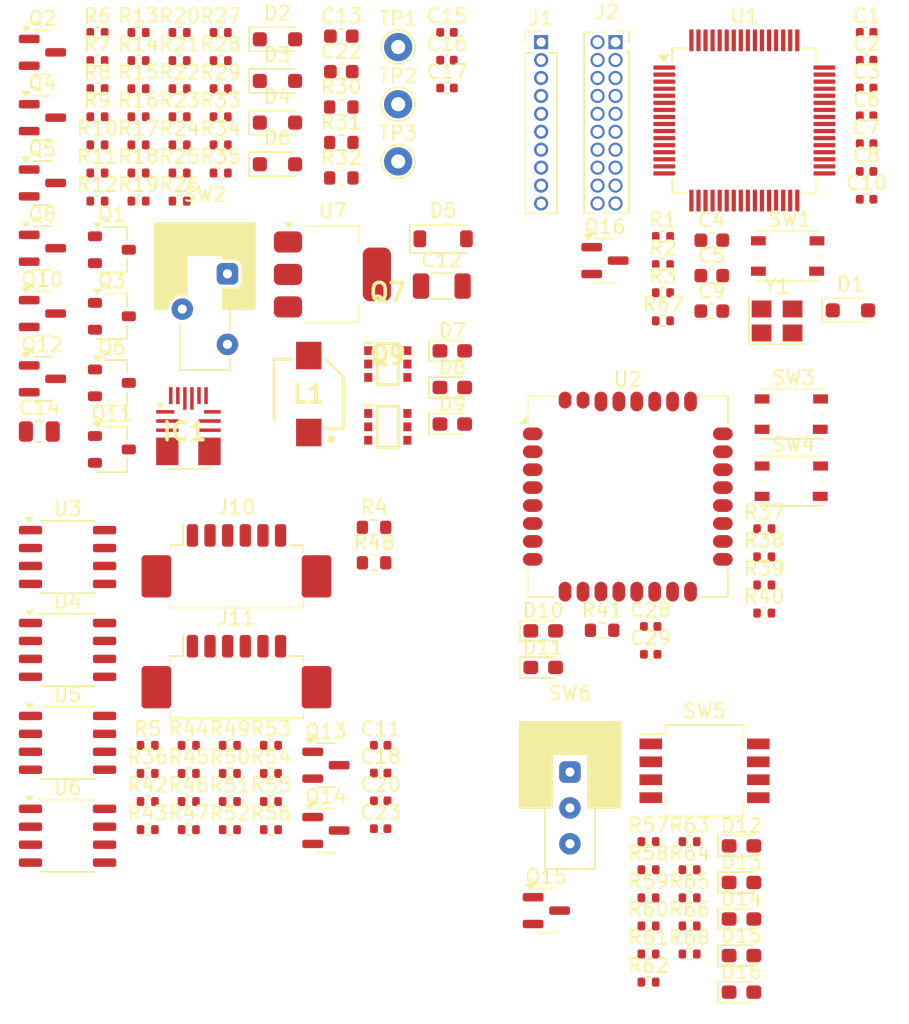
<source format=kicad_pcb>
(kicad_pcb (version 20221018) (generator pcbnew)
  (layers (0 "F.Cu" signal) (31 "B.Cu" signal) (34 "B.Paste" user) (35 "F.Paste" user) (36 "B.SilkS" user "B.Silkscreen") (37 "F.SilkS" user "F.Silkscreen") (38 "B.Mask" user) (39 "F.Mask" user) (44 "Edge.Cuts" user))
  (net 0 "")
  (net 1 "+3.3V")
  (net 2 "GND")
  (net 3 "NRST")
  (net 4 "HSE_IN")
  (net 5 "HSE_OUT")
  (net 6 "Net-(U1-VCAP_1)")
  (net 7 "VCC")
  (net 8 "Net-(Q1-G)")
  (net 9 "/Power/Vout")
  (net 10 "/Power/S-S")
  (net 11 "Net-(Q9-G)")
  (net 12 "+5V")
  (net 13 "Net-(C22-Pad1)")
  (net 14 "RST_Twe")
  (net 15 "Net-(D1-K)")
  (net 16 "VDD")
  (net 17 "Net-(D5-K)")
  (net 18 "Net-(D7-A)")
  (net 19 "Net-(D8-A)")
  (net 20 "Net-(D9-A)")
  (net 21 "Net-(D10-A)")
  (net 22 "Net-(D11-A)")
  (net 23 "Net-(D12-A)")
  (net 24 "Net-(D13-A)")
  (net 25 "Net-(D14-A)")
  (net 26 "Net-(D15-A)")
  (net 27 "Net-(D16-A)")
  (net 28 "Net-(IC1-FB)")
  (net 29 "Net-(IC1-VCC)")
  (net 34 "Net-(IC1-EN)")
  (net 35 "/Power/PG")
  (net 66 "+BATT")
  (net 67 "/RS485_RingNW/RS485X_TA")
  (net 68 "/RS485_RingNW/RS485X_TB")
  (net 69 "/RS485_RingNW/RS485X_RA")
  (net 70 "/RS485_RingNW/RS485X_RB")
  (net 71 "/RS485_RingNW/RS485Y_TA")
  (net 72 "/RS485_RingNW/RS485Y_TB")
  (net 73 "/RS485_RingNW/RS485Y_RA")
  (net 74 "/RS485_RingNW/RS485Y_RB")
  (net 75 "VBUS")
  (net 76 "/Power/IND")
  (net 77 "Net-(Q2-B)")
  (net 78 "Net-(Q3-G)")
  (net 79 "Net-(Q5-D)")
  (net 80 "/Power/VSYS")
  (net 81 "Net-(Q7-G)")
  (net 82 "/Power/PowerSW")
  (net 83 "Net-(Q8-D)")
  (net 84 "Net-(Q10-B)")
  (net 85 "Net-(Q11-G)")
  (net 86 "Net-(Q13-B)")
  (net 87 "Net-(Q13-C)")
  (net 88 "Net-(Q14-B)")
  (net 89 "Net-(Q14-C)")
  (net 90 "LED_nR0")
  (net 91 "Main->RST_Twe")
  (net 92 "BOOT0")
  (net 93 "Net-(U1-PB2)")
  (net 94 "MainTXx_RS485XRX")
  (net 95 "Net-(SW2-A)")
  (net 96 "V_Meas.")
  (net 97 "Net-(U4-DE)")
  (net 98 "PRG_Twe")
  (net 99 "/TweLite/LED0")
  (net 100 "/TweLite/LED1")
  (net 101 "Net-(U2-DO0{slash}PWM2)")
  (net 102 "MainTXx_RS485YRX")
  (net 103 "Net-(U6-DE)")
  (net 104 "LED_B0")
  (net 105 "LED_B1")
  (net 106 "DIPSW0")
  (net 107 "DIPSW1")
  (net 108 "SlideSW0")
  (net 109 "DIPSW2")
  (net 110 "DIPSW3")
  (net 111 "LED_LG0")
  (net 112 "LED_Y0")
  (net 148 "SWDIO")
  (net 149 "SWCLK")
  (net 155 "SWO")
  (net 166 "TweWriteRX_TweTX0")
  (net 167 "TweWriteTX_TweRX0")
  (net 171 "/TweLite/SET")
  (net 172 "MainRXx_TweTX1")
  (net 175 "MainTXx_TweRX1")
  (net 184 "MainRXx_RS485XTX")
  (net 187 "MainRXx_RS485YTX")
  (footprint "Resistor_SMD:R_0402_1005Metric" (layer "F.Cu") (at 56.28 83.99)
    (fp_text reference "R56" (at 0 -1.17) (layer "F.SilkS"))
    (fp_text value "120")
    (pad "1" smd roundrect (at -0.51 0) (size 0.54 0.64) (layers "F.Cu" "F.Paste" "F.Mask") (net 73 "/RS485_RingNW/RS485Y_RA"))
    (pad "2" smd roundrect (at 0.51 0) (size 0.54 0.64) (layers "F.Cu" "F.Paste" "F.Mask") (net 74 "/RS485_RingNW/RS485Y_RB"))
  )
  (footprint "Package_TO_SOT_SMD:SOT-223-3_TabPin2" (layer "F.Cu") (at 60.64 44.665)
    (fp_text reference "U7" (at 0 -4.5) (layer "F.SilkS"))
    (fp_text value "AZ1117CH-3.3")
    (pad "1" smd roundrect (at -3.15 -2.3) (size 2 1.5) (layers "F.Cu" "F.Paste" "F.Mask") (net 2 "GND"))
    (pad "2" smd roundrect (at -3.15 0) (size 2 1.5) (layers "F.Cu" "F.Paste" "F.Mask") (net 1 "+3.3V"))
    (pad "2" smd roundrect (at 3.15 0) (size 2 3.8) (layers "F.Cu" "F.Paste" "F.Mask") (net 1 "+3.3V"))
    (pad "3" smd roundrect (at -3.15 2.3) (size 2 1.5) (layers "F.Cu" "F.Paste" "F.Mask") (net 12 "+5V"))
  )
  (footprint "Resistor_SMD:R_0402_1005Metric" (layer "F.Cu") (at 85.95 90.81)
    (fp_text reference "R66" (at 0 -1.17) (layer "F.SilkS"))
    (fp_text value "1k")
    (pad "1" smd roundrect (at -0.51 0) (size 0.54 0.64) (layers "F.Cu" "F.Paste" "F.Mask") (net 26 "Net-(D15-A)"))
    (pad "2" smd roundrect (at 0.51 0) (size 0.54 0.64) (layers "F.Cu" "F.Paste" "F.Mask") (net 112 "LED_Y0"))
  )
  (footprint "Capacitor_SMD:C_0402_1005Metric" (layer "F.Cu") (at 64.06 78.01)
    (fp_text reference "C11" (at 0 -1.16) (layer "F.SilkS"))
    (fp_text value "0.1uF")
    (pad "1" smd roundrect (at -0.48 0) (size 0.56 0.62) (layers "F.Cu" "F.Paste" "F.Mask") (net 1 "+3.3V"))
    (pad "2" smd roundrect (at 0.48 0) (size 0.56 0.62) (layers "F.Cu" "F.Paste" "F.Mask") (net 2 "GND"))
  )
  (footprint "Capacitor_SMD:C_0603_1608Metric" (layer "F.Cu") (at 61.27 30.3)
    (fp_text reference "C22" (at 0 -1.43) (layer "F.SilkS"))
    (fp_text value "0.1uF")
    (pad "1" smd roundrect (at -0.775 0) (size 0.9 0.95) (layers "F.Cu" "F.Paste" "F.Mask") (net 13 "Net-(C22-Pad1)"))
    (pad "2" smd roundrect (at 0.775 0) (size 0.9 0.95) (layers "F.Cu" "F.Paste" "F.Mask") (net 2 "GND"))
  )
  (footprint "Resistor_SMD:R_0402_1005Metric" (layer "F.Cu") (at 83.04 88.82)
    (fp_text reference "R59" (at 0 -1.17) (layer "F.SilkS"))
    (fp_text value "10k")
    (pad "1" smd roundrect (at -0.51 0) (size 0.54 0.64) (layers "F.Cu" "F.Paste" "F.Mask") (net 2 "GND"))
    (pad "2" smd roundrect (at 0.51 0) (size 0.54 0.64) (layers "F.Cu" "F.Paste" "F.Mask") (net 106 "DIPSW0"))
  )
  (footprint "Package_TO_SOT_SMD:SOT-23" (layer "F.Cu") (at 40.09 28.935)
    (fp_text reference "Q2" (at 0 -2.4) (layer "F.SilkS"))
    (fp_text value "S8550")
    (pad "1" smd roundrect (at -0.9375 -0.95) (size 1.475 0.6) (layers "F.Cu" "F.Paste" "F.Mask") (net 77 "Net-(Q2-B)"))
    (pad "2" smd roundrect (at -0.9375 0.95) (size 1.475 0.6) (layers "F.Cu" "F.Paste" "F.Mask") (net 76 "/Power/IND"))
    (pad "3" smd roundrect (at 0.9375 0) (size 1.475 0.6) (layers "F.Cu" "F.Paste" "F.Mask") (net 77 "Net-(Q2-B)"))
  )
  (footprint "Resistor_SMD:R_0402_1005Metric" (layer "F.Cu") (at 83.04 84.84)
    (fp_text reference "R57" (at 0 -1.17) (layer "F.SilkS"))
    (fp_text value "1k")
    (pad "1" smd roundrect (at -0.51 0) (size 0.54 0.64) (layers "F.Cu" "F.Paste" "F.Mask") (net 23 "Net-(D12-A)"))
    (pad "2" smd roundrect (at 0.51 0) (size 0.54 0.64) (layers "F.Cu" "F.Paste" "F.Mask") (net 104 "LED_B0"))
  )
  (footprint "Resistor_SMD:R_0402_1005Metric" (layer "F.Cu") (at 50.46 80.01)
    (fp_text reference "R45" (at 0 -1.17) (layer "F.SilkS"))
    (fp_text value "2.2k")
    (pad "1" smd roundrect (at -0.51 0) (size 0.54 0.64) (layers "F.Cu" "F.Paste" "F.Mask") (net 70 "/RS485_RingNW/RS485X_RB"))
    (pad "2" smd roundrect (at 0.51 0) (size 0.54 0.64) (layers "F.Cu" "F.Paste" "F.Mask") (net 2 "GND"))
  )
  (footprint "Resistor_SMD:R_0402_1005Metric" (layer "F.Cu") (at 43.99 35.49)
    (fp_text reference "R10" (at 0 -1.17) (layer "F.SilkS"))
    (fp_text value "10k")
    (pad "1" smd roundrect (at -0.51 0) (size 0.54 0.64) (layers "F.Cu" "F.Paste" "F.Mask") (net 2 "GND"))
    (pad "2" smd roundrect (at 0.51 0) (size 0.54 0.64) (layers "F.Cu" "F.Paste" "F.Mask") (net 76 "/Power/IND"))
  )
  (footprint "Package_SO:SOP-8_3.9x4.9mm_P1.27mm" (layer "F.Cu") (at 41.87 64.68)
    (fp_text reference "U3" (at 0 -3.4) (layer "F.SilkS"))
    (fp_text value "MAX3485")
    (pad "1" smd roundrect (at -2.625 -1.905) (size 1.65 0.6) (layers "F.Cu" "F.Paste" "F.Mask"))
    (pad "2" smd roundrect (at -2.625 -0.635) (size 1.65 0.6) (layers "F.Cu" "F.Paste" "F.Mask") (net 87 "Net-(Q13-C)"))
    (pad "3" smd roundrect (at -2.625 0.635) (size 1.65 0.6) (layers "F.Cu" "F.Paste" "F.Mask") (net 87 "Net-(Q13-C)"))
    (pad "4" smd roundrect (at -2.625 1.905) (size 1.65 0.6) (layers "F.Cu" "F.Paste" "F.Mask") (net 94 "MainTXx_RS485XRX"))
    (pad "5" smd roundrect (at 2.625 1.905) (size 1.65 0.6) (layers "F.Cu" "F.Paste" "F.Mask") (net 2 "GND"))
    (pad "6" smd roundrect (at 2.625 0.635) (size 1.65 0.6) (layers "F.Cu" "F.Paste" "F.Mask") (net 67 "/RS485_RingNW/RS485X_TA"))
    (pad "7" smd roundrect (at 2.625 -0.635) (size 1.65 0.6) (layers "F.Cu" "F.Paste" "F.Mask") (net 68 "/RS485_RingNW/RS485X_TB"))
    (pad "8" smd roundrect (at 2.625 -1.905) (size 1.65 0.6) (layers "F.Cu" "F.Paste" "F.Mask") (net 1 "+3.3V"))
  )
  (footprint "Resistor_SMD:R_0402_1005Metric" (layer "F.Cu") (at 52.72 27.53)
    (fp_text reference "R27" (at 0 -1.17) (layer "F.SilkS"))
    (fp_text value "10k")
    (pad "1" smd roundrect (at -0.51 0) (size 0.54 0.64) (layers "F.Cu" "F.Paste" "F.Mask") (net 2 "GND"))
    (pad "2" smd roundrect (at 0.51 0) (size 0.54 0.64) (layers "F.Cu" "F.Paste" "F.Mask") (net 85 "Net-(Q11-G)"))
  )
  (footprint "Resistor_SMD:R_0402_1005Metric" (layer "F.Cu") (at 50.46 83.99)
    (fp_text reference "R47" (at 0 -1.17) (layer "F.SilkS"))
    (fp_text value "120")
    (pad "1" smd roundrect (at -0.51 0) (size 0.54 0.64) (layers "F.Cu" "F.Paste" "F.Mask") (net 69 "/RS485_RingNW/RS485X_RA"))
    (pad "2" smd roundrect (at 0.51 0) (size 0.54 0.64) (layers "F.Cu" "F.Paste" "F.Mask") (net 70 "/RS485_RingNW/RS485X_RB"))
  )
  (footprint "Package_TO_SOT_SMD:SOT-23" (layer "F.Cu") (at 75.8 89.725)
    (fp_text reference "Q15" (at 0 -2.4) (layer "F.SilkS"))
    (fp_text value "BSS138")
    (pad "1" smd roundrect (at -0.9375 -0.95) (size 1.475 0.6) (layers "F.Cu" "F.Paste" "F.Mask") (net 90 "LED_nR0"))
    (pad "2" smd roundrect (at -0.9375 0.95) (size 1.475 0.6) (layers "F.Cu" "F.Paste" "F.Mask") (net 2 "GND"))
    (pad "3" smd roundrect (at 0.9375 0) (size 1.475 0.6) (layers "F.Cu" "F.Paste" "F.Mask") (net 27 "Net-(D16-A)"))
  )
  (footprint "Package_TO_SOT_SMD:SOT-23W" (layer "F.Cu") (at 45.01 52.345)
    (fp_text reference "Q6" (at 0 -2.5) (layer "F.SilkS"))
    (fp_text value "SSM3J332R")
    (pad "1" smd roundrect (at -1.2 -0.95) (size 1 0.7) (layers "F.Cu" "F.Paste" "F.Mask") (net 79 "Net-(Q5-D)"))
    (pad "2" smd roundrect (at -1.2 0.95) (size 1 0.7) (layers "F.Cu" "F.Paste" "F.Mask") (net 9 "/Power/Vout"))
    (pad "3" smd roundrect (at 1.2 0) (size 1 0.7) (layers "F.Cu" "F.Paste" "F.Mask") (net 80 "/Power/VSYS"))
  )
  (footprint "Resistor_SMD:R_0402_1005Metric" (layer "F.Cu") (at 46.9 31.51)
    (fp_text reference "R15" (at 0 -1.17) (layer "F.SilkS"))
    (fp_text value "10k")
    (pad "1" smd roundrect (at -0.51 0) (size 0.54 0.64) (layers "F.Cu" "F.Paste" "F.Mask") (net 2 "GND"))
    (pad "2" smd roundrect (at 0.51 0) (size 0.54 0.64) (layers "F.Cu" "F.Paste" "F.Mask") (net 78 "Net-(Q3-G)"))
  )
  (footprint "Resistor_SMD:R_0402_1005Metric" (layer "F.Cu") (at 50.46 78.02)
    (fp_text reference "R44" (at 0 -1.17) (layer "F.SilkS"))
    (fp_text value "2.2k")
    (pad "1" smd roundrect (at -0.51 0) (size 0.54 0.64) (layers "F.Cu" "F.Paste" "F.Mask") (net 1 "+3.3V"))
    (pad "2" smd roundrect (at 0.51 0) (size 0.54 0.64) (layers "F.Cu" "F.Paste" "F.Mask") (net 69 "/RS485_RingNW/RS485X_RA"))
  )
  (footprint "Resistor_SMD:R_0402_1005Metric" (layer "F.Cu") (at 53.37 83.99)
    (fp_text reference "R52" (at 0 -1.17) (layer "F.SilkS"))
    (fp_text value "2.2k")
    (pad "1" smd roundrect (at -0.51 0) (size 0.54 0.64) (layers "F.Cu" "F.Paste" "F.Mask") (net 72 "/RS485_RingNW/RS485Y_TB"))
    (pad "2" smd roundrect (at 0.51 0) (size 0.54 0.64) (layers "F.Cu" "F.Paste" "F.Mask") (net 2 "GND"))
  )
  (footprint "Button_Switch_SMD:SW_DIP_SPSTx04_Slide_Copal_CHS-04B_W7.62mm_P1.27mm" (layer "F.Cu") (at 87.01 79.82)
    (fp_text reference "SW5" (at 0 -4.235) (layer "F.SilkS"))
    (fp_text value "SW_DIP_x04")
    (pad "1" smd rect (at -3.81 -1.905) (size 1.6 0.76) (layers "F.Cu" "F.Paste" "F.Mask") (net 106 "DIPSW0"))
    (pad "2" smd rect (at -3.81 -0.635) (size 1.6 0.76) (layers "F.Cu" "F.Paste" "F.Mask") (net 107 "DIPSW1"))
    (pad "3" smd rect (at -3.81 0.635) (size 1.6 0.76) (layers "F.Cu" "F.Paste" "F.Mask") (net 109 "DIPSW2"))
    (pad "4" smd rect (at -3.81 1.905) (size 1.6 0.76) (layers "F.Cu" "F.Paste" "F.Mask") (net 110 "DIPSW3"))
    (pad "5" smd rect (at 3.81 1.905) (size 1.6 0.76) (layers "F.Cu" "F.Paste" "F.Mask") (net 1 "+3.3V"))
    (pad "6" smd rect (at 3.81 0.635) (size 1.6 0.76) (layers "F.Cu" "F.Paste" "F.Mask") (net 1 "+3.3V"))
    (pad "7" smd rect (at 3.81 -0.635) (size 1.6 0.76) (layers "F.Cu" "F.Paste" "F.Mask") (net 1 "+3.3V"))
    (pad "8" smd rect (at 3.81 -1.905) (size 1.6 0.76) (layers "F.Cu" "F.Paste" "F.Mask") (net 1 "+3.3V"))
  )
  (footprint "Resistor_SMD:R_0402_1005Metric" (layer "F.Cu") (at 49.81 39.47)
    (fp_text reference "R26" (at 0 -1.17) (layer "F.SilkS"))
    (fp_text value "10k")
    (pad "1" smd roundrect (at -0.51 0) (size 0.54 0.64) (layers "F.Cu" "F.Paste" "F.Mask") (net 16 "VDD"))
    (pad "2" smd roundrect (at 0.51 0) (size 0.54 0.64) (layers "F.Cu" "F.Paste" "F.Mask") (net 2 "GND"))
  )
  (footprint "Package_TO_SOT_SMD:SOT-23W" (layer "F.Cu") (at 45.01 42.915)
    (fp_text reference "Q1" (at 0 -2.5) (layer "F.SilkS"))
    (fp_text value "SSM3J332R")
    (pad "1" smd roundrect (at -1.2 -0.95) (size 1 0.7) (layers "F.Cu" "F.Paste" "F.Mask") (net 8 "Net-(Q1-G)"))
    (pad "2" smd roundrect (at -1.2 0.95) (size 1 0.7) (layers "F.Cu" "F.Paste" "F.Mask") (net 75 "VBUS"))
    (pad "3" smd roundrect (at 1.2 0) (size 1 0.7) (layers "F.Cu" "F.Paste" "F.Mask") (net 76 "/Power/IND"))
  )
  (footprint "Capacitor_SMD:C_0603_1608Metric" (layer "F.Cu") (at 87.52 42.24)
    (fp_text reference "C4" (at 0 -1.43) (layer "F.SilkS"))
    (fp_text value "22pF")
    (pad "1" smd roundrect (at -0.775 0) (size 0.9 0.95) (layers "F.Cu" "F.Paste" "F.Mask") (net 2 "GND"))
    (pad "2" smd roundrect (at 0.775 0) (size 0.9 0.95) (layers "F.Cu" "F.Paste" "F.Mask") (net 4 "HSE_IN"))
  )
  (footprint "Resistor_SMD:R_0402_1005Metric" (layer "F.Cu") (at 84.06 43.97)
    (fp_text reference "R2" (at 0 -1.17) (layer "F.SilkS"))
    (fp_text value "10k")
    (pad "1" smd roundrect (at -0.51 0) (size 0.54 0.64) (layers "F.Cu" "F.Paste" "F.Mask") (net 92 "BOOT0"))
    (pad "2" smd roundrect (at 0.51 0) (size 0.54 0.64) (layers "F.Cu" "F.Paste" "F.Mask") (net 2 "GND"))
  )
  (footprint "Capacitor_SMD:C_0402_1005Metric" (layer "F.Cu") (at 98.49 33.43)
    (fp_text reference "C6" (at 0 -1.16) (layer "F.SilkS"))
    (fp_text value "0.1uF")
    (pad "1" smd roundrect (at -0.48 0) (size 0.56 0.62) (layers "F.Cu" "F.Paste" "F.Mask") (net 1 "+3.3V"))
    (pad "2" smd roundrect (at 0.48 0) (size 0.56 0.62) (layers "F.Cu" "F.Paste" "F.Mask") (net 2 "GND"))
  )
  (footprint "LED_SMD:LED_0603_1608Metric_Pad1.05x0.95mm_HandSolder" (layer "F.Cu") (at 89.625 95.5)
    (fp_text reference "D16" (at 0 -1.43) (layer "F.SilkS"))
    (fp_text value "Red")
    (pad "1" smd roundrect (at -0.875 0) (size 1.05 0.95) (layers "F.Cu" "F.Paste" "F.Mask") (net 2 "GND"))
    (pad "2" smd roundrect (at 0.875 0) (size 1.05 0.95) (layers "F.Cu" "F.Paste" "F.Mask") (net 27 "Net-(D16-A)"))
  )
  (footprint "Capacitor_SMD:C_0402_1005Metric" (layer "F.Cu") (at 64.06 81.95)
    (fp_text reference "C20" (at 0 -1.16) (layer "F.SilkS"))
    (fp_text value "0.1uF")
    (pad "1" smd roundrect (at -0.48 0) (size 0.56 0.62) (layers "F.Cu" "F.Paste" "F.Mask") (net 1 "+3.3V"))
    (pad "2" smd roundrect (at 0.48 0) (size 0.56 0.62) (layers "F.Cu" "F.Paste" "F.Mask") (net 2 "GND"))
  )
  (footprint "Diode_SMD:D_SOD-323_HandSoldering" (layer "F.Cu") (at 97.345 47.21)
    (fp_text reference "D1" (at 0 -1.85) (layer "F.SilkS"))
    (fp_text value "1N5819WS")
    (pad "1" smd roundrect (at -1.25 0) (size 1 1) (layers "F.Cu" "F.Paste" "F.Mask") (net 15 "Net-(D1-K)"))
    (pad "2" smd roundrect (at 1.25 0) (size 1 1) (layers "F.Cu" "F.Paste" "F.Mask") (net 1 "+3.3V"))
  )
  (footprint "Button_Switch_SMD:SW_Push_1P1T_NO_Vertical_Wuerth_434133025816" (layer "F.Cu") (at 93.16 54.56)
    (fp_text reference "SW3" (at 0.15 -2.6) (layer "F.SilkS"))
    (fp_text value "SW_SPST")
    (pad "1" smd rect (at -2.075 -1.075) (size 1.05 0.65) (layers "F.Cu" "F.Paste" "F.Mask") (net 14 "RST_Twe"))
    (pad "1" smd rect (at 2.075 -1.075) (size 1.05 0.65) (layers "F.Cu" "F.Paste" "F.Mask") (net 14 "RST_Twe"))
    (pad "2" smd rect (at -2.075 1.075) (size 1.05 0.65) (layers "F.Cu" "F.Paste" "F.Mask") (net 2 "GND"))
    (pad "2" smd rect (at 2.05 1.075) (size 1.05 0.65) (layers "F.Cu" "F.Paste" "F.Mask") (net 2 "GND"))
  )
  (footprint "Resistor_SMD:R_0402_1005Metric" (layer "F.Cu") (at 49.81 33.5)
    (fp_text reference "R23" (at 0 -1.17) (layer "F.SilkS"))
    (fp_text value "10k")
    (pad "1" smd roundrect (at -0.51 0) (size 0.54 0.64) (layers "F.Cu" "F.Paste" "F.Mask") (net 11 "Net-(Q9-G)"))
    (pad "2" smd roundrect (at 0.51 0) (size 0.54 0.64) (layers "F.Cu" "F.Paste" "F.Mask") (net 83 "Net-(Q8-D)"))
  )
  (footprint "Package_TO_SOT_SMD:SOT-23" (layer "F.Cu") (at 40.09 33.56)
    (fp_text reference "Q4" (at 0 -2.4) (layer "F.SilkS"))
    (fp_text value "S8550")
    (pad "1" smd roundrect (at -0.9375 -0.95) (size 1.475 0.6) (layers "F.Cu" "F.Paste" "F.Mask") (net 77 "Net-(Q2-B)"))
    (pad "2" smd roundrect (at -0.9375 0.95) (size 1.475 0.6) (layers "F.Cu" "F.Paste" "F.Mask") (net 12 "+5V"))
    (pad "3" smd roundrect (at 0.9375 0) (size 1.475 0.6) (layers "F.Cu" "F.Paste" "F.Mask") (net 78 "Net-(Q3-G)"))
  )
  (footprint "Package_TO_SOT_SMD:SOT-23W" (layer "F.Cu") (at 45.01 47.63)
    (fp_text reference "Q3" (at 0 -2.5) (layer "F.SilkS"))
    (fp_text value "SSM3J332R")
    (pad "1" smd roundrect (at -1.2 -0.95) (size 1 0.7) (layers "F.Cu" "F.Paste" "F.Mask") (net 78 "Net-(Q3-G)"))
    (pad "2" smd roundrect (at -1.2 0.95) (size 1 0.7) (layers "F.Cu" "F.Paste" "F.Mask") (net 12 "+5V"))
    (pad "3" smd roundrect (at 1.2 0) (size 1 0.7) (layers "F.Cu" "F.Paste" "F.Mask") (net 76 "/Power/IND"))
  )
  (footprint "LED_SMD:LED_0603_1608Metric_Pad1.05x0.95mm_HandSolder" (layer "F.Cu") (at 69.135 55.26)
    (fp_text reference "D9" (at 0 -1.43) (layer "F.SilkS"))
    (fp_text value "Green")
    (pad "1" smd roundrect (at -0.875 0) (size 1.05 0.95) (layers "F.Cu" "F.Paste" "F.Mask") (net 2 "GND"))
    (pad "2" smd roundrect (at 0.875 0) (size 1.05 0.95) (layers "F.Cu" "F.Paste" "F.Mask") (net 20 "Net-(D9-A)"))
  )
  (footprint "Resistor_SMD:R_0402_1005Metric" (layer "F.Cu") (at 49.81 37.48)
    (fp_text reference "R25" (at 0 -1.17) (layer "F.SilkS"))
    (fp_text value "10k")
    (pad "1" smd roundrect (at -0.51 0) (size 0.54 0.64) (layers "F.Cu" "F.Paste" "F.Mask") (net 2 "GND"))
    (pad "2" smd roundrect (at 0.51 0) (size 0.54 0.64) (layers "F.Cu" "F.Paste" "F.Mask") (net 84 "Net-(Q10-B)"))
  )
  (footprint "Capacitor_SMD:C_0805_2012Metric" (layer "F.Cu") (at 39.87 55.79)
    (fp_text reference "C14" (at 0 -1.68) (layer "F.SilkS"))
    (fp_text value "22uF")
    (pad "1" smd roundrect (at -0.95 0) (size 1 1.45) (layers "F.Cu" "F.Paste" "F.Mask") (net 9 "/Power/Vout"))
    (pad "2" smd roundrect (at 0.95 0) (size 1 1.45) (layers "F.Cu" "F.Paste" "F.Mask") (net 2 "GND"))
  )
  (footprint "RF_Module:MonoWireless_TWE-L-WX" (layer "F.Cu") (at 81.57 60.4)
    (fp_text reference "U2" (at 0 -8.3) (layer "F.SilkS"))
    (fp_text value "TWE-L-WX")
    (pad "" np_thru_hole oval (at -3.7 -3.9 315) (size 4.3 3.1) (drill oval 4.3 3.1) (layers "*.Cu" "*.Mask"))
    (pad "1" smd oval (at -6.735 -4.445 90) (size 0.9 1.4) (layers "F.Cu" "F.Paste" "F.Mask") (net 101 "Net-(U2-DO0{slash}PWM2)"))
    (pad "2" smd oval (at -6.735 -3.175 90) (size 0.9 1.4) (layers "F.Cu" "F.Paste" "F.Mask") (net 98 "PRG_Twe"))
    (pad "3" smd oval (at -6.735 -1.905 90) (size 0.9 1.4) (layers "F.Cu" "F.Paste" "F.Mask"))
    (pad "4" smd oval (at -6.735 -0.635 90) (size 0.9 1.4) (layers "F.Cu" "F.Paste" "F.Mask"))
    (pad "5" smd oval (at -6.735 0.635 90) (size 0.9 1.4) (layers "F.Cu" "F.Paste" "F.Mask") (net 1 "+3.3V"))
    (pad "6" smd oval (at -6.735 1.905 90) (size 0.9 1.4) (layers "F.Cu" "F.Paste" "F.Mask"))
    (pad "7" smd oval (at -6.735 3.175 90) (size 0.9 1.4) (layers "F.Cu" "F.Paste" "F.Mask"))
    (pad "8" smd oval (at -6.735 4.445 90) (size 0.9 1.4) (layers "F.Cu" "F.Paste" "F.Mask") (net 166 "TweWriteRX_TweTX0"))
    (pad "9" smd oval (at -4.445 6.735) (size 0.9 1.4) (layers "F.Cu" "F.Paste" "F.Mask") (net 167 "TweWriteTX_TweRX0"))
    (pad "10" smd oval (at -3.175 6.735) (size 0.9 1.4) (layers "F.Cu" "F.Paste" "F.Mask"))
    (pad "11" smd oval (at -1.905 6.735) (size 0.9 1.4) (layers "F.Cu" "F.Paste" "F.Mask"))
    (pad "12" smd oval (at -0.635 6.735) (size 0.9 1.4) (layers "F.Cu" "F.Paste" "F.Mask"))
    (pad "13" smd oval (at 0.635 6.735) (size 0.9 1.4) (layers "F.Cu" "F.Paste" "F.Mask") (net 171 "/TweLite/SET"))
    (pad "14" smd oval (at 1.905 6.735) (size 0.9 1.4) (layers "F.Cu" "F.Paste" "F.Mask") (net 172 "MainRXx_TweTX1"))
    (pad "15" smd oval (at 3.175 6.735) (size 0.9 1.4) (layers "F.Cu" "F.Paste" "F.Mask"))
    (pad "16" smd oval (at 4.445 6.735) (size 0.9 1.4) (layers "F.Cu" "F.Paste" "F.Mask"))
    (pad "17" smd oval (at 6.735 4.445 90) (size 0.9 1.4) (layers "F.Cu" "F.Paste" "F.Mask") (net 175 "MainTXx_TweRX1"))
    (pad "18" smd oval (at 6.735 3.175 90) (size 0.9 1.4) (layers "F.Cu" "F.Paste" "F.Mask"))
    (pad "19" smd oval (at 6.735 1.905 90) (size 0.9 1.4) (layers "F.Cu" "F.Paste" "F.Mask"))
    (pad "20" smd oval (at 6.735 0.635 90) (size 0.9 1.4) (layers "F.Cu" "F.Paste" "F.Mask") (net 2 "GND"))
    (pad "21" smd oval (at 6.735 -0.635 90) (size 0.9 1.4) (layers "F.Cu" "F.Paste" "F.Mask") (net 14 "RST_Twe"))
    (pad "22" smd oval (at 6.735 -1.905 90) (size 0.9 1.4) (layers "F.Cu" "F.Paste" "F.Mask") (net 2 "GND"))
    (pad "23" smd oval (at 6.735 -3.175 90) (size 0.9 1.4) (layers "F.Cu" "F.Paste" "F.Mask") (net 2 "GND"))
    (pad "24" smd oval (at 6.735 -4.445 90) (size 0.9 1.4) (layers "F.Cu" "F.Paste" "F.Mask"))
    (pad "25" smd oval (at 4.445 -6.735) (size 0.9 1.4) (layers "F.Cu" "F.Paste" "F.Mask"))
    (pad "26" smd oval (at 3.175 -6.735) (size 0.9 1.4) (layers "F.Cu" "F.Paste" "F.Mask"))
    (pad "27" smd oval (at 1.905 -6.735) (size 0.9 1.4) (layers "F.Cu" "F.Paste" "F.Mask"))
    (pad "28" smd oval (at 0.635 -6.735) (size 0.9 1.4) (layers "F.Cu" "F.Paste" "F.Mask") (net 2 "GND"))
    (pad "29" smd oval (at -0.635 -6.735) (size 0.9 1.4) (layers "F.Cu" "F.Paste" "F.Mask"))
    (pad "30" smd oval (at -1.905 -6.735) (size 0.9 1.4) (layers "F.Cu" "F.Paste" "F.Mask") (net 2 "GND"))
    (pad "31" smd oval (at -3.175 -6.835) (size 0.9 1.2) (layers "F.Cu" "F.Paste" "F.Mask") (net 2 "GND"))
    (pad "32" smd oval (at -4.445 -6.835) (size 0.9 1.2) (layers "F.Cu" "F.Paste" "F.Mask") (net 2 "GND"))
  )
  (footprint "Resistor_SMD:R_0402_1005Metric" (layer "F.Cu") (at 84.06 47.95)
    (fp_text reference "R67" (at 0 -1.17) (layer "F.SilkS"))
    (fp_text value "10k")
    (pad "1" smd roundrect (at -0.51 0) (size 0.54 0.64) (layers "F.Cu" "F.Paste" "F.Mask") (net 91 "Main->RST_Twe"))
    (pad "2" smd roundrect (at 0.51 0) (size 0.54 0.64) (layers "F.Cu" "F.Paste" "F.Mask") (net 2 "GND"))
  )
  (footprint "Resistor_SMD:R_0402_1005Metric" (layer "F.Cu") (at 46.9 29.52)
    (fp_text reference "R14" (at 0 -1.17) (layer "F.SilkS"))
    (fp_text value "2.2k")
    (pad "1" smd roundrect (at -0.51 0) (size 0.54 0.64) (layers "F.Cu" "F.Paste" "F.Mask") (net 2 "GND"))
    (pad "2" smd roundrect (at 0.51 0) (size 0.54 0.64) (layers "F.Cu" "F.Paste" "F.Mask") (net 28 "Net-(IC1-FB)"))
  )
  (footprint "Resistor_SMD:R_0402_1005Metric" (layer "F.Cu") (at 53.37 80.01)
    (fp_text reference "R50" (at 0 -1.17) (layer "F.SilkS"))
    (fp_text value "10k")
    (pad "1" smd roundrect (at -0.51 0) (size 0.54 0.64) (layers "F.Cu" "F.Paste" "F.Mask") (net 103 "Net-(U6-DE)"))
    (pad "2" smd roundrect (at 0.51 0) (size 0.54 0.64) (layers "F.Cu" "F.Paste" "F.Mask") (net 2 "GND"))
  )
  (footprint "Resistor_SMD:R_0603_1608Metric" (layer "F.Cu") (at 61.27 37.83)
    (fp_text reference "R32" (at 0 -1.43) (layer "F.SilkS"))
    (fp_text value "10k")
    (pad "1" smd roundrect (at -0.825 0) (size 0.8 0.95) (layers "F.Cu" "F.Paste" "F.Mask") (net 96 "V_Meas."))
    (pad "2" smd roundrect (at 0.825 0) (size 0.8 0.95) (layers "F.Cu" "F.Paste" "F.Mask") (net 2 "GND"))
  )
  (footprint "Resistor_SMD:R_0402_1005Metric" (layer "F.Cu") (at 84.06 45.96)
    (fp_text reference "R3" (at 0 -1.17) (layer "F.SilkS"))
    (fp_text value "10k")
    (pad "1" smd roundrect (at -0.51 0) (size 0.54 0.64) (layers "F.Cu" "F.Paste" "F.Mask") (net 93 "Net-(U1-PB2)"))
    (pad "2" smd roundrect (at 0.51 0) (size 0.54 0.64) (layers "F.Cu" "F.Paste" "F.Mask") (net 2 "GND"))
  )
  (footprint "Capacitor_SMD:C_0402_1005Metric" (layer "F.Cu") (at 83.19 71.57)
    (fp_text reference "C29" (at 0 -1.16) (layer "F.SilkS"))
    (fp_text value "1uF")
    (pad "1" smd roundrect (at -0.48 0) (size 0.56 0.62) (layers "F.Cu" "F.Paste" "F.Mask") (net 2 "GND"))
    (pad "2" smd roundrect (at 0.48 0) (size 0.56 0.62) (layers "F.Cu" "F.Paste" "F.Mask") (net 1 "+3.3V"))
  )
  (footprint "Resistor_SMD:R_0603_1608Metric" (layer "F.Cu") (at 79.75 69.87)
    (fp_text reference "R41" (at 0 -1.43) (layer "F.SilkS"))
    (fp_text value "PullUP?")
    (pad "1" smd roundrect (at -0.825 0) (size 0.8 0.95) (layers "F.Cu" "F.Paste" "F.Mask") (net 101 "Net-(U2-DO0{slash}PWM2)"))
    (pad "2" smd roundrect (at 0.825 0) (size 0.8 0.95) (layers "F.Cu" "F.Paste" "F.Mask") (net 1 "+3.3V"))
  )
  (footprint "Resistor_SMD:R_0402_1005Metric" (layer "F.Cu") (at 56.28 78.02)
    (fp_text reference "R53" (at 0 -1.17) (layer "F.SilkS"))
    (fp_text value "2.2k")
    (pad "1" smd roundrect (at -0.51 0) (size 0.54 0.64) (layers "F.Cu" "F.Paste" "F.Mask") (net 1 "+3.3V"))
    (pad "2" smd roundrect (at 0.51 0) (size 0.54 0.64) (layers "F.Cu" "F.Paste" "F.Mask") (net 73 "/RS485_RingNW/RS485Y_RA"))
  )
  (footprint "Resistor_SMD:R_0402_1005Metric" (layer "F.Cu") (at 83.04 94.79)
    (fp_text reference "R62" (at 0 -1.17) (layer "F.SilkS"))
    (fp_text value "10k")
    (pad "1" smd roundrect (at -0.51 0) (size 0.54 0.64) (layers "F.Cu" "F.Paste" "F.Mask") (net 2 "GND"))
    (pad "2" smd roundrect (at 0.51 0) (size 0.54 0.64) (layers "F.Cu" "F.Paste" "F.Mask") (net 109 "DIPSW2"))
  )
  (footprint "Diode_SMD:D_SOD-323_HandSoldering" (layer "F.Cu") (at 56.745 36.86)
    (fp_text reference "D6" (at 0 -1.85) (layer "F.SilkS"))
    (fp_text value "1N5819WS")
    (pad "1" smd roundrect (at -1.25 0) (size 1 1) (layers "F.Cu" "F.Paste" "F.Mask") (net 12 "+5V"))
    (pad "2" smd roundrect (at 1.25 0) (size 1 1) (layers "F.Cu" "F.Paste" "F.Mask") (net 1 "+3.3V"))
  )
  (footprint "Resistor_SMD:R_0402_1005Metric" (layer "F.Cu") (at 52.72 29.52)
    (fp_text reference "R28" (at 0 -1.17) (layer "F.SilkS"))
    (fp_text value "10k")
    (pad "1" smd roundrect (at -0.51 0) (size 0.54 0.64) (layers "F.Cu" "F.Paste" "F.Mask") (net 7 "VCC"))
    (pad "2" smd roundrect (at 0.51 0) (size 0.54 0.64) (layers "F.Cu" "F.Paste" "F.Mask") (net 2 "GND"))
  )
  (footprint "Capacitor_SMD:C_0402_1005Metric" (layer "F.Cu") (at 83.19 69.6)
    (fp_text reference "C28" (at 0 -1.16) (layer "F.SilkS"))
    (fp_text value "0.1uF")
    (pad "1" smd roundrect (at -0.48 0) (size 0.56 0.62) (layers "F.Cu" "F.Paste" "F.Mask") (net 14 "RST_Twe"))
    (pad "2" smd roundrect (at 0.48 0) (size 0.56 0.62) (layers "F.Cu" "F.Paste" "F.Mask") (net 2 "GND"))
  )
  (footprint "LED_SMD:LED_0603_1608Metric_Pad1.05x0.95mm_HandSolder" (layer "F.Cu") (at 75.575 69.91)
    (fp_text reference "D10" (at 0 -1.43) (layer "F.SilkS"))
    (fp_text value "Blue")
    (pad "1" smd roundrect (at -0.875 0) (size 1.05 0.95) (layers "F.Cu" "F.Paste" "F.Mask") (net 2 "GND"))
    (pad "2" smd roundrect (at 0.875 0) (size 1.05 0.95) (layers "F.Cu" "F.Paste" "F.Mask") (net 21 "Net-(D10-A)"))
  )
  (footprint "Package_TO_SOT_SMD:SOT-23W" (layer "F.Cu") (at 45.01 57.06)
    (fp_text reference "Q11" (at 0 -2.5) (layer "F.SilkS"))
    (fp_text value "SSM3J332R")
    (pad "1" smd roundrect (at -1.2 -0.95) (size 1 0.7) (layers "F.Cu" "F.Paste" "F.Mask") (net 85 "Net-(Q11-G)"))
    (pad "2" smd roundrect (at -1.2 0.95) (size 1 0.7) (layers "F.Cu" "F.Paste" "F.Mask") (net 12 "+5V"))
    (pad "3" smd roundrect (at 1.2 0) (size 1 0.7) (layers "F.Cu" "F.Paste" "F.Mask") (net 80 "/Power/VSYS"))
  )
  (footprint "Resistor_SMD:R_0402_1005Metric" (layer "F.Cu") (at 46.9 27.53)
    (fp_text reference "R13" (at 0 -1.17) (layer "F.SilkS"))
    (fp_text value "12k")
    (pad "1" smd roundrect (at -0.51 0) (size 0.54 0.64) (layers "F.Cu" "F.Paste" "F.Mask") (net 28 "Net-(IC1-FB)"))
    (pad "2" smd roundrect (at 0.51 0) (size 0.54 0.64) (layers "F.Cu" "F.Paste" "F.Mask") (net 9 "/Power/Vout"))
  )
  (footprint "Resistor_SMD:R_0402_1005Metric" (layer "F.Cu") (at 50.46 82)
    (fp_text reference "R46" (at 0 -1.17) (layer "F.SilkS"))
    (fp_text value "120")
    (pad "1" smd roundrect (at -0.51 0) (size 0.54 0.64) (layers "F.Cu" "F.Paste" "F.Mask") (net 67 "/RS485_RingNW/RS485X_TA"))
    (pad "2" smd roundrect (at 0.51 0) (size 0.54 0.64) (layers "F.Cu" "F.Paste" "F.Mask") (net 68 "/RS485_RingNW/RS485X_TB"))
  )
  (footprint "Package_TO_SOT_SMD:SOT-23" (layer "F.Cu") (at 40.09 52.06)
    (fp_text reference "Q12" (at 0 -2.4) (layer "F.SilkS"))
    (fp_text value "S8550")
    (pad "1" smd roundrect (at -0.9375 -0.95) (size 1.475 0.6) (layers "F.Cu" "F.Paste" "F.Mask") (net 84 "Net-(Q10-B)"))
    (pad "2" smd roundrect (at -0.9375 0.95) (size 1.475 0.6) (layers "F.Cu" "F.Paste" "F.Mask") (net 12 "+5V"))
    (pad "3" smd roundrect (at 0.9375 0) (size 1.475 0.6) (layers "F.Cu" "F.Paste" "F.Mask") (net 85 "Net-(Q11-G)"))
  )
  (footprint "Resistor_SMD:R_0402_1005Metric" (layer "F.Cu") (at 83.04 92.8)
    (fp_text reference "R61" (at 0 -1.17) (layer "F.SilkS"))
    (fp_text value "10k")
    (pad "1" smd roundrect (at -0.51 0) (size 0.54 0.64) (layers "F.Cu" "F.Paste" "F.Mask") (net 108 "SlideSW0"))
    (pad "2" smd roundrect (at 0.51 0) (size 0.54 0.64) (layers "F.Cu" "F.Paste" "F.Mask") (net 2 "GND"))
  )
  (footprint "Capacitor_SMD:C_0402_1005Metric" (layer "F.Cu") (at 68.76 27.52)
    (fp_text reference "C15" (at 0 -1.16) (layer "F.SilkS"))
    (fp_text value "1uF")
    (pad "1" smd roundrect (at -0.48 0) (size 0.56 0.62) (layers "F.Cu" "F.Paste" "F.Mask") (net 10 "/Power/S-S"))
    (pad "2" smd roundrect (at 0.48 0) (size 0.56 0.62) (layers "F.Cu" "F.Paste" "F.Mask") (net 11 "Net-(Q9-G)"))
  )
  (footprint "Resistor_SMD:R_0402_1005Metric" (layer "F.Cu") (at 85.95 84.84)
    (fp_text reference "R63" (at 0 -1.17) (layer "F.SilkS"))
    (fp_text value "10k")
    (pad "1" smd roundrect (at -0.51 0) (size 0.54 0.64) (layers "F.Cu" "F.Paste" "F.Mask") (net 2 "GND"))
    (pad "2" smd roundrect (at 0.51 0) (size 0.54 0.64) (layers "F.Cu" "F.Paste" "F.Mask") (net 110 "DIPSW3"))
  )
  (footprint "LED_SMD:LED_0603_1608Metric_Pad1.05x0.95mm_HandSolder" (layer "F.Cu") (at 69.135 52.67)
    (fp_text reference "D8" (at 0 -1.43) (layer "F.SilkS"))
    (fp_text value "Green")
    (pad "1" smd roundrect (at -0.875 0) (size 1.05 0.95) (layers "F.Cu" "F.Paste" "F.Mask") (net 2 "GND"))
    (pad "2" smd roundrect (at 0.875 0) (size 1.05 0.95) (layers "F.Cu" "F.Paste" "F.Mask") (net 19 "Net-(D8-A)"))
  )
  (footprint "Diode_SMD:D_SOD-123" (layer "F.Cu") (at 68.485 42.14)
    (fp_text reference "D5" (at 0 -2) (layer "F.SilkS"))
    (fp_text value "SS2040FL")
    (pad "1" smd roundrect (at -1.65 0) (size 0.9 1.2) (layers "F.Cu" "F.Paste" "F.Mask") (net 17 "Net-(D5-K)"))
    (pad "2" smd roundrect (at 1.65 0) (size 0.9 1.2) (layers "F.Cu" "F.Paste" "F.Mask") (net 16 "VDD"))
  )
  (footprint "Capacitor_SMD:C_0402_1005Metric" (layer "F.Cu") (at 98.49 35.4)
    (fp_text reference "C7" (at 0 -1.16) (layer "F.SilkS"))
    (fp_text value "0.1uF")
    (pad "1" smd roundrect (at -0.48 0) (size 0.56 0.62) (layers "F.Cu" "F.Paste" "F.Mask") (net 1 "+3.3V"))
    (pad "2" smd roundrect (at 0.48 0) (size 0.56 0.62) (layers "F.Cu" "F.Paste" "F.Mask") (net 2 "GND"))
  )
  (footprint "Resistor_SMD:R_0603_1608Metric" (layer "F.Cu") (at 63.59 62.58)
    (fp_text reference "R4" (at 0 -1.43) (layer "F.SilkS"))
    (fp_text value "7.5k")
    (pad "1" smd roundrect (at -0.825 0) (size 0.8 0.95) (layers "F.Cu" "F.Paste" "F.Mask") (net 86 "Net-(Q13-B)"))
    (pad "2" smd roundrect (at 0.825 0) (size 0.8 0.95) (layers "F.Cu" "F.Paste" "F.Mask") (net 94 "MainTXx_RS485XRX"))
  )
  (footprint "Connector_Molex:Molex_PicoBlade_53261-0671_1x06-1MP_P1.25mm_Horizontal" (layer "F.Cu") (at 53.84 65.55)
    (fp_text reference "J10" (at 0 -4.4) (layer "F.SilkS"))
    (fp_text value "Conn_01x06_MountingPin")
    (pad "1" smd roundrect (at -3.125 -2.4) (size 0.8 1.6) (layers "F.Cu" "F.Paste" "F.Mask") (net 2 "GND"))
    (pad "2" smd roundrect (at -1.875 -2.4) (size 0.8 1.6) (layers "F.Cu" "F.Paste" "F.Mask") (net 66 "+BATT"))
    (pad "3" smd roundrect (at -0.625 -2.4) (size 0.8 1.6) (layers "F.Cu" "F.Paste" "F.Mask") (net 67 "/RS485_RingNW/RS485X_TA"))
    (pad "4" smd roundrect (at 0.625 -2.4) (size 0.8 1.6) (layers "F.Cu" "F.Paste" "F.Mask") (net 68 "/RS485_RingNW/RS485X_TB"))
    (pad "5" smd roundrect (at 1.875 -2.4) (size 0.8 1.6) (layers "F.Cu" "F.Paste" "F.Mask") (net 69 "/RS485_RingNW/RS485X_RA"))
    (pad "6" smd roundrect (at 3.125 -2.4) (size 0.8 1.6) (layers "F.Cu" "F.Paste" "F.Mask") (net 70 "/RS485_RingNW/RS485X_RB"))
    (pad "MP" smd roundrect (at -5.675 0.5) (size 2.1 3) (layers "F.Cu" "F.Paste" "F.Mask") (roundrect_rratio 0.119048) (net 2 "GND"))
    (pad "MP" smd roundrect (at 5.675 0.5) (size 2.1 3) (layers "F.Cu" "F.Paste" "F.Mask") (roundrect_rratio 0.119048) (net 2 "GND"))
  )
  (footprint "Resistor_SMD:R_0402_1005Metric" (layer "F.Cu") (at 46.9 35.49)
    (fp_text reference "R17" (at 0 -1.17) (layer "F.SilkS"))
    (fp_text value "10k")
    (pad "1" smd roundrect (at -0.51 0) (size 0.54 0.64) (layers "F.Cu" "F.Paste" "F.Mask") (net 2 "GND"))
    (pad "2" smd roundrect (at 0.51 0) (size 0.54 0.64) (layers "F.Cu" "F.Paste" "F.Mask") (net 12 "+5V"))
  )
  (footprint "Resistor_SMD:R_0402_1005Metric" (layer "F.Cu") (at 52.72 31.51)
    (fp_text reference "R29" (at 0 -1.17) (layer "F.SilkS"))
    (fp_text value "10k")
    (pad "1" smd roundrect (at -0.51 0) (size 0.54 0.64) (layers "F.Cu" "F.Paste" "F.Mask") (net 2 "GND"))
    (pad "2" smd roundrect (at 0.51 0) (size 0.54 0.64) (layers "F.Cu" "F.Paste" "F.Mask") (net 1 "+3.3V"))
  )
  (footprint "Resistor_SMD:R_0402_1005Metric" (layer "F.Cu") (at 56.28 82)
    (fp_text reference "R55" (at 0 -1.17) (layer "F.SilkS"))
    (fp_text value "120")
    (pad "1" smd roundrect (at -0.51 0) (size 0.54 0.64) (layers "F.Cu" "F.Paste" "F.Mask") (net 71 "/RS485_RingNW/RS485Y_TA"))
    (pad "2" smd roundrect (at 0.51 0) (size 0.54 0.64) (layers "F.Cu" "F.Paste" "F.Mask") (net 72 "/RS485_RingNW/RS485Y_TB"))
  )
  (footprint "TomoshibiLibrary:SW_Slide_SPDT_White" (layer "F.Cu") (at 51.601 47.121)
    (fp_text reference "SW2" (at 0 -8.128 unlocked) (layer "F.SilkS"))
    (fp_text value "SW_SPDT_White")
    (pad "1" thru_hole roundrect (at 1.6 -2.5) (size 1.524 1.524) (drill 0.65) (layers "*.Cu" "*.Mask") (net 95 "Net-(SW2-A)"))
    (pad "2" thru_hole circle (at -1.6 0) (size 1.524 1.524) (drill 0.65) (layers "*.Cu" "*.Mask") (net 10 "/Power/S-S"))
    (pad "3" thru_hole circle (at 1.6 2.5) (size 1.524 1.524) (drill 0.65) (layers "*.Cu" "*.Mask"))
  )
  (footprint "LED_SMD:LED_0603_1608Metric_Pad1.05x0.95mm_HandSolder" (layer "F.Cu") (at 89.625 85.14)
    (fp_text reference "D12" (at 0 -1.43) (layer "F.SilkS"))
    (fp_text value "Blue")
    (pad "1" smd roundrect (at -0.875 0) (size 1.05 0.95) (layers "F.Cu" "F.Paste" "F.Mask") (net 2 "GND"))
    (pad "2" smd roundrect (at 0.875 0) (size 1.05 0.95) (layers "F.Cu" "F.Paste" "F.Mask") (net 23 "Net-(D12-A)"))
  )
  (footprint "Resistor_SMD:R_0402_1005Metric" (layer "F.Cu") (at 91.24 62.68)
    (fp_text reference "R37" (at 0 -1.17) (layer "F.SilkS"))
    (fp_text value "10k")
    (pad "1" smd roundrect (at -0.51 0) (size 0.54 0.64) (layers "F.Cu" "F.Paste" "F.Mask") (net 1 "+3.3V"))
    (pad "2" smd roundrect (at 0.51 0) (size 0.54 0.64) (layers "F.Cu" "F.Paste" "F.Mask") (net 98 "PRG_Twe"))
  )
  (footprint "Diode_SMD:D_SOD-323_HandSoldering" (layer "F.Cu") (at 56.745 30.96)
    (fp_text reference "D3" (at 0 -1.85) (layer "F.SilkS"))
    (fp_text value "D_Zener")
    (pad "1" smd roundrect (at -1.25 0) (size 1 1) (layers "F.Cu" "F.Paste" "F.Mask") (net 12 "+5V"))
    (pad "2" smd roundrect (at 1.25 0) (size 1 1) (layers "F.Cu" "F.Paste" "F.Mask") (net 2 "GND"))
  )
  (footprint "Resistor_SMD:R_0402_1005Metric" (layer "F.Cu") (at 49.81 35.49)
    (fp_text reference "R24" (at 0 -1.17) (layer "F.SilkS"))
    (fp_text value "10k")
    (pad "1" smd roundrect (at -0.51 0) (size 0.54 0.64) (layers "F.Cu" "F.Paste" "F.Mask") (net 82 "/Power/PowerSW"))
    (pad "2" smd roundrect (at 0.51 0) (size 0.54 0.64) (layers "F.Cu" "F.Paste" "F.Mask") (net 2 "GND"))
  )
  (footprint "Package_TO_SOT_SMD:SOT-23" (layer "F.Cu") (at 60.18 79.425)
    (fp_text reference "Q13" (at 0 -2.4) (layer "F.SilkS"))
    (fp_text value "S8550")
    (pad "1" smd roundrect (at -0.9375 -0.95) (size 1.475 0.6) (layers "F.Cu" "F.Paste" "F.Mask") (net 86 "Net-(Q13-B)"))
    (pad "2" smd roundrect (at -0.9375 0.95) (size 1.475 0.6) (layers "F.Cu" "F.Paste" "F.Mask") (net 1 "+3.3V"))
    (pad "3" smd roundrect (at 0.9375 0) (size 1.475 0.6) (layers "F.Cu" "F.Paste" "F.Mask") (net 87 "Net-(Q13-C)"))
  )
  (footprint "Resistor_SMD:R_0402_1005Metric" (layer "F.Cu") (at 52.72 35.49)
    (fp_text reference "R34" (at 0 -1.17) (layer "F.SilkS"))
    (fp_text value "1k")
    (pad "1" smd roundrect (at -0.51 0) (size 0.54 0.64) (layers "F.Cu" "F.Paste" "F.Mask") (net 19 "Net-(D8-A)"))
    (pad "2" smd roundrect (at 0.51 0) (size 0.54 0.64) (layers "F.Cu" "F.Paste" "F.Mask") (net 12 "+5V"))
  )
  (footprint "Package_TO_SOT_SMD:SOT-23" (layer "F.Cu") (at 60.18 84.05)
    (fp_text reference "Q14" (at 0 -2.4) (layer "F.SilkS"))
    (fp_text value "S8550")
    (pad "1" smd roundrect (at -0.9375 -0.95) (size 1.475 0.6) (layers "F.Cu" "F.Paste" "F.Mask") (net 88 "Net-(Q14-B)"))
    (pad "2" smd roundrect (at -0.9375 0.95) (size 1.475 0.6) (layers "F.Cu" "F.Paste" "F.Mask") (net 1 "+3.3V"))
    (pad "3" smd roundrect (at 0.9375 0) (size 1.475 0.6) (layers "F.Cu" "F.Paste" "F.Mask") (net 89 "Net-(Q14-C)"))
  )
  (footprint "Capacitor_SMD:C_0402_1005Metric" (layer "F.Cu") (at 98.49 29.49)
    (fp_text reference "C2" (at 0 -1.16) (layer "F.SilkS"))
    (fp_text value "0.1uF")
    (pad "1" smd roundrect (at -0.48 0) (size 0.56 0.62) (layers "F.Cu" "F.Paste" "F.Mask") (net 3 "NRST"))
    (pad "2" smd roundrect (at 0.48 0) (size 0.56 0.62) (layers "F.Cu" "F.Paste" "F.Mask") (net 2 "GND"))
  )
  (footprint "Button_Switch_SMD:SW_Push_1P1T_NO_Vertical_Wuerth_434133025816" (layer "F.Cu") (at 93.16 59.31)
    (fp_text reference "SW4" (at 0.15 -2.6) (layer "F.SilkS"))
    (fp_text value "SW_SPST")
    (pad "1" smd rect (at -2.075 -1.075) (size 1.05 0.65) (layers "F.Cu" "F.Paste" "F.Mask") (net 98 "PRG_Twe"))
    (pad "1" smd rect (at 2.075 -1.075) (size 1.05 0.65) (layers "F.Cu" "F.Paste" "F.Mask") (net 98 "PRG_Twe"))
    (pad "2" smd rect (at -2.075 1.075) (size 1.05 0.65) (layers "F.Cu" "F.Paste" "F.Mask") (net 2 "GND"))
    (pad "2" smd rect (at 2.05 1.075) (size 1.05 0.65) (layers "F.Cu" "F.Paste" "F.Mask") (net 2 "GND"))
  )
  (footprint "Resistor_SMD:R_0402_1005Metric" (layer "F.Cu") (at 47.55 82)
    (fp_text reference "R42" (at 0 -1.17) (layer "F.SilkS"))
    (fp_text value "2.2k")
    (pad "1" smd roundrect (at -0.51 0) (size 0.54 0.64) (layers "F.Cu" "F.Paste" "F.Mask") (net 1 "+3.3V"))
    (pad "2" smd roundrect (at 0.51 0) (size 0.54 0.64) (layers "F.Cu" "F.Paste" "F.Mask") (net 67 "/RS485_RingNW/RS485X_TA"))
  )
  (footprint "Resistor_SMD:R_0402_1005Metric" (layer "F.Cu") (at 85.95 86.83)
    (fp_text reference "R64" (at 0 -1.17) (layer "F.SilkS"))
    (fp_text value "10k")
    (pad "1" smd roundrect (at -0.51 0) (size 0.54 0.64) (layers "F.Cu" "F.Paste" "F.Mask") (net 90 "LED_nR0"))
    (pad "2" smd roundrect (at 0.51 0) (size 0.54 0.64) (layers "F.Cu" "F.Paste" "F.Mask") (net 2 "GND"))
  )
  (footprint "Resistor_SMD:R_0402_1005Metric" (layer "F.Cu") (at 91.24 68.65)
    (fp_text reference "R40" (at 0 -1.17) (layer "F.SilkS"))
    (fp_text value "1k")
    (pad "1" smd roundrect (at -0.51 0) (size 0.54 0.64) (layers "F.Cu" "F.Paste" "F.Mask") (net 22 "Net-(D11-A)"))
    (pad "2" smd roundrect (at 0.51 0) (size 0.54 0.64) (layers "F.Cu" "F.Paste" "F.Mask") (net 100 "/TweLite/LED1"))
  )
  (footprint "Resistor_SMD:R_0603_1608Metric" (layer "F.Cu") (at 63.59 65.09)
    (fp_text reference "R48" (at 0 -1.43) (layer "F.SilkS"))
    (fp_text value "7.5k")
    (pad "1" smd roundrect (at -0.825 0) (size 0.8 0.95) (layers "F.Cu" "F.Paste" "F.Mask") (net 88 "Net-(Q14-B)"))
    (pad "2" smd roundrect (at 0.825 0) (size 0.8 0.95) (layers "F.Cu" "F.Paste" "F.Mask") (net 102 "MainTXx_RS485YRX"))
  )
  (footprint "Resistor_SMD:R_0402_1005Metric" (layer "F.Cu") (at 43.99 29.52)
    (fp_text reference "R7" (at 0 -1.17) (layer "F.SilkS"))
    (fp_text value "200k")
    (pad "1" smd roundrect (at -0.51 0) (size 0.54 0.64) (layers "F.Cu" "F.Paste" "F.Mask") (net 34 "Net-(IC1-EN)"))
    (pad "2" smd roundrect (at 0.51 0) (size 0.54 0.64) (layers "F.Cu" "F.Paste" "F.Mask") (net 7 "VCC"))
  )
  (footprint "TomoshibiLibrary:SW_Slide_3P_SPDT" (layer "F.Cu") (at 77.471 82.451)
    (fp_text reference "SW6" (at 0 -8.128 unlocked) (layer "F.SilkS"))
    (fp_text value "SW_SPDT")
    (pad "1" thru_hole roundrect (at 0 -2.54) (size 1.524 1.524) (drill 0.65) (layers "*.Cu" "*.Mask") (net 108 "SlideSW0"))
    (pad "2" thru_hole circle (at 0 0) (size 1.524 1.524) (drill 0.65) (layers "*.Cu" "*.Mask") (net 1 "+3.3V"))
    (pad "3" thru_hole circle (at 0 2.54) (size 1.524 1.524) (drill 0.65) (layers "*.Cu" "*.Mask"))
  )
  (footprint "Resistor_SMD:R_0402_1005Metric" (layer "F.Cu") (at 49.81 29.52)
    (fp_text reference "R21" (at 0 -1.17) (layer "F.SilkS"))
    (fp_text value "10k")
    (pad "1" smd roundrect (at -0.51 0) (size 0.54 0.64) (layers "F.Cu" "F.Paste" "F.Mask") (net 10 "/Power/S-S"))
    (pad "2" smd roundrect (at 0.51 0) (size 0.54 0.64) (layers "F.Cu" "F.Paste" "F.Mask") (net 11 "Net-(Q9-G)"))
  )
  (footprint "Resistor_SMD:R_0402_1005Metric" (layer "F.Cu") (at 47.55 78.02)
    (fp_text reference "R5" (at 0 -1.17) (layer "F.SilkS"))
    (fp_text value "20k")
    (pad "1" smd roundrect (at -0.51 0) (size 0.54 0.64) (layers "F.Cu" "F.Paste" "F.Mask") (net 87 "Net-(Q13-C)"))
    (pad "2" smd roundrect (at 0.51 0) (size 0.54 0.64) (layers "F.Cu" "F.Paste" "F.Mask") (net 2 "GND"))
  )
  (footprint "Resistor_SMD:R_0402_1005Metric" (layer "F.Cu") (at 43.99 37.48)
    (fp_text reference "R11" (at 0 -1.17) (layer "F.SilkS"))
    (fp_text value "10k")
    (pad "1" smd roundrect (at -0.51 0) (size 0.54 0.64) (layers "F.Cu" "F.Paste" "F.Mask") (net 2 "GND"))
    (pad "2" smd roundrect (at 0.51 0) (size 0.54 0.64) (layers "F.Cu" "F.Paste" "F.Mask") (net 77 "Net-(Q2-B)"))
  )
  (footprint "Resistor_SMD:R_0402_1005Metric" (layer "F.Cu") (at 43.99 31.51)
    (fp_text reference "R8" (at 0 -1.17) (layer "F.SilkS"))
    (fp_text value "10k")
    (pad "1" smd roundrect (at -0.51 0) (size 0.54 0.64) (layers "F.Cu" "F.Paste" "F.Mask") (net 9 "/Power/Vout"))
    (pad "2" smd roundrect (at 0.51 0) (size 0.54 0.64) (layers "F.Cu" "F.Paste" "F.Mask") (net 8 "Net-(Q1-G)"))
  )
  (footprint "Resistor_SMD:R_0402_1005Metric" (layer "F.Cu") (at 47.55 83.99)
    (fp_text reference "R43" (at 0 -1.17) (layer "F.SilkS"))
    (fp_text value "2.2k")
    (pad "1" smd roundrect (at -0.51 0) (size 0.54 0.64) (layers "F.Cu" "F.Paste" "F.Mask") (net 68 "/RS485_RingNW/RS485X_TB"))
    (pad "2" smd roundrect (at 0.51 0) (size 0.54 0.64) (layers "F.Cu" "F.Paste" "F.Mask") (net 2 "GND"))
  )
  (footprint "Capacitor_SMD:C_0402_1005Metric" (layer "F.Cu") (at 64.06 83.92)
    (fp_text reference "C23" (at 0 -1.16) (layer "F.SilkS"))
    (fp_text value "0.1uF")
    (pad "1" smd roundrect (at -0.48 0) (size 0.56 0.62) (layers "F.Cu" "F.Paste" "F.Mask") (net 1 "+3.3V"))
    (pad "2" smd roundrect (at 0.48 0) (size 0.56 0.62) (layers "F.Cu" "F.Paste" "F.Mask") (net 2 "GND"))
  )
  (footprint "Package_TO_SOT_SMD:SOT-23" (layer "F.Cu") (at 40.09 38.185)
    (fp_text reference "Q5" (at 0 -2.4) (layer "F.SilkS"))
    (fp_text value "BSS138")
    (pad "1" smd roundrect (at -0.9375 -0.95) (size 1.475 0.6) (layers "F.Cu" "F.Paste" "F.Mask") (net 35 "/Power/PG"))
    (pad "2" smd roundrect (at -0.9375 0.95) (size 1.475 0.6) (layers "F.Cu" "F.Paste" "F.Mask") (net 2 "GND"))
    (pad "3" smd roundrect (at 0.9375 0) (size 1.475 0.6) (layers "F.Cu" "F.Paste" "F.Mask") (net 79 "Net-(Q5-D)"))
  )
  (footprint "Resistor_SMD:R_0402_1005Metric" (layer "F.Cu") (at 84.06 41.98)
    (fp_text reference "R1" (at 0 -1.17) (layer "F.SilkS"))
    (fp_text value "1k")
    (pad "1" smd roundrect (at -0.51 0) (size 0.54 0.64) (layers "F.Cu" "F.Paste" "F.Mask") (net 15 "Net-(D1-K)"))
    (pad "2" smd roundrect (at 0.51 0) (size 0.54 0.64) (layers "F.Cu" "F.Paste" "F.Mask") (net 2 "GND"))
  )
  (footprint "Connector_Molex:Molex_PicoBlade_53261-0671_1x06-1MP_P1.25mm_Horizontal" (layer "F.Cu") (at 53.84 73.4)
    (fp_text reference "J11" (at 0 -4.4) (layer "F.SilkS"))
    (fp_text value "Conn_01x06_MountingPin")
    (pad "1" smd roundrect (at -3.125 -2.4) (size 0.8 1.6) (layers "F.Cu" "F.Paste" "F.Mask") (net 2 "GND"))
    (pad "2" smd roundrect (at -1.875 -2.4) (size 0.8 1.6) (layers "F.Cu" "F.Paste" "F.Mask") (net 66 "+BATT"))
    (pad "3" smd roundrect (at -0.625 -2.4) (size 0.8 1.6) (layers "F.Cu" "F.Paste" "F.Mask") (net 71 "/RS485_RingNW/RS485Y_TA"))
    (pad "4" smd roundrect (at 0.625 -2.4) (size 0.8 1.6) (layers "F.Cu" "F.Paste" "F.Mask") (net 72 "/RS485_RingNW/RS485Y_TB"))
    (pad "5" smd roundrect (at 1.875 -2.4) (size 0.8 1.6) (layers "F.Cu" "F.Paste" "F.Mask") (net 73 "/RS485_RingNW/RS485Y_RA"))
    (pad "6" smd roundrect (at 3.125 -2.4) (size 0.8 1.6) (layers "F.Cu" "F.Paste" "F.Mask") (net 74 "/RS485_RingNW/RS485Y_RB"))
    (pad "MP" smd roundrect (at -5.675 0.5) (size 2.1 3) (layers "F.Cu" "F.Paste" "F.Mask") (roundrect_rratio 0.119048) (net 2 "GND"))
    (pad "MP" smd roundrect (at 5.675 0.5) (size 2.1 3) (layers "F.Cu" "F.Paste" "F.Mask") (roundrect_rratio 0.119048) (net 2 "GND"))
  )
  (footprint "Capacitor_SMD:C_0402_1005Metric" (layer "F.Cu") (at 98.49 39.34)
    (fp_text reference "C10" (at 0 -1.16) (layer "F.SilkS"))
    (fp_text value "1uF")
    (pad "1" smd roundrect (at -0.48 0) (size 0.56 0.62) (layers "F.Cu" "F.Paste" "F.Mask") (net 2 "GND"))
    (pad "2" smd roundrect (at 0.48 0) (size 0.56 0.62) (layers "F.Cu" "F.Paste" "F.Mask") (net 1 "+3.3V"))
  )
  (footprint "LED_SMD:LED_0603_1608Metric_Pad1.05x0.95mm_HandSolder" (layer "F.Cu") (at 89.625 90.32)
    (fp_text reference "D14" (at 0 -1.43) (layer "F.SilkS"))
    (fp_text value "LightGreen")
    (pad "1" smd roundrect (at -0.875 0) (size 1.05 0.95) (layers "F.Cu" "F.Paste" "F.Mask") (net 2 "GND"))
    (pad "2" smd roundrect (at 0.875 0) (size 1.05 0.95) (layers "F.Cu" "F.Paste" "F.Mask") (net 25 "Net-(D14-A)"))
  )
  (footprint "Resistor_SMD:R_0402_1005Metric" (layer "F.Cu") (at 53.37 82)
    (fp_text reference "R51" (at 0 -1.17) (layer "F.SilkS"))
    (fp_text value "2.2k")
    (pad "1" smd roundrect (at -0.51 0) (size 0.54 0.64) (layers "F.Cu" "F.Paste" "F.Mask") (net 1 "+3.3V"))
    (pad "2" smd roundrect (at 0.51 0) (size 0.54 0.64) (layers "F.Cu" "F.Paste" "F.Mask") (net 71 "/RS485_RingNW/RS485Y_TA"))
  )
  (footprint "Capacitor_SMD:C_0603_1608Metric" (layer "F.Cu") (at 61.27 27.79)
    (fp_text reference "C13" (at 0 -1.43) (layer "F.SilkS"))
    (fp_text value "ADJ_ST")
    (pad "1" smd roundrect (at -0.775 0) (size 0.9 0.95) (layers "F.Cu" "F.Paste" "F.Mask") (net 2 "GND"))
    (pad "2" smd roundrect (at 0.775 0) (size 0.9 0.95) (layers "F.Cu" "F.Paste" "F.Mask") (net 8 "Net-(Q1-G)"))
  )
  (footprint "LED_SMD:LED_0603_1608Metric_Pad1.05x0.95mm_HandSolder" (layer "F.Cu") (at 75.575 72.5)
    (fp_text reference "D11" (at 0 -1.43) (layer "F.SilkS"))
    (fp_text value "Blue")
    (pad "1" smd roundrect (at -0.875 0) (size 1.05 0.95) (layers "F.Cu" "F.Paste" "F.Mask") (net 2 "GND"))
    (pad "2" smd roundrect (at 0.875 0) (size 1.05 0.95) (layers "F.Cu" "F.Paste" "F.Mask") (net 22 "Net-(D11-A)"))
  )
  (footprint "Capacitor_SMD:C_0402_1005Metric" (layer "F.Cu") (at 68.76 29.49)
    (fp_text reference "C16" (at 0 -1.16) (layer "F.SilkS"))
    (fp_text value "1uF")
    (pad "1" smd roundrect (at -0.48 0) (size 0.56 0.62) (layers "F.Cu" "F.Paste" "F.Mask") (net 12 "+5V"))
    (pad "2" smd roundrect (at 0.48 0) (size 0.56 0.62) (layers "F.Cu" "F.Paste" "F.Mask") (net 2 "GND"))
  )
  (footprint "Capacitor_SMD:C_0402_1005Metric" (layer "F.Cu") (at 64.06 79.98)
    (fp_text reference "C18" (at 0 -1.16) (layer "F.SilkS"))
    (fp_text value "0.1uF")
    (pad "1" smd roundrect (at -0.48 0) (size 0.56 0.62) (layers "F.Cu" "F.Paste" "F.Mask") (net 1 "+3.3V"))
    (pad "2" smd roundrect (at 0.48 0) (size 0.56 0.62) (layers "F.Cu" "F.Paste" "F.Mask") (net 2 "GND"))
  )
  (footprint "Resistor_SMD:R_0402_1005Metric" (layer "F.Cu") (at 85.95 88.82)
    (fp_text reference "R65" (at 0 -1.17) (layer "F.SilkS"))
    (fp_text value "1k")
    (pad "1" smd roundrect (at -0.51 0) (size 0.54 0.64) (layers "F.Cu" "F.Paste" "F.Mask") (net 25 "Net-(D14-A)"))
    (pad "2" smd roundrect (at 0.51 0) (size 0.54 0.64) (layers "F.Cu" "F.Paste" "F.Mask") (net 111 "LED_LG0"))
  )
  (footprint "Button_Switch_SMD:SW_Push_1P1T_NO_Vertical_Wuerth_434133025816" (layer "F.Cu") (at 92.9 43.36)
    (fp_text reference "SW1" (at 0.15 -2.6) (layer "F.SilkS"))
    (fp_text value "SW_SPST")
    (pad "1" smd rect (at -2.075 -1.075) (size 1.05 0.65) (layers "F.Cu" "F.Paste" "F.Mask") (net 3 "NRST"))
    (pad "1" smd rect (at 2.075 -1.075) (size 1.05 0.65) (layers "F.Cu" "F.Paste" "F.Mask") (net 3 "NRST"))
    (pad "2" smd rect (at -2.075 1.075) (size 1.05 0.65) (layers "F.Cu" "F.Paste" "F.Mask") (net 2 "GND"))
    (pad "2" smd rect (at 2.05 1.075) (size 1.05 0.65) (layers "F.Cu" "F.Paste" "F.Mask") (net 2 "GND"))
  )
  (footprint "Resistor_SMD:R_0402_1005Metric" (layer "F.Cu") (at 46.9 39.47)
    (fp_text reference "R19" (at 0 -1.17) (layer "F.SilkS"))
    (fp_text value "10k")
    (pad "1" smd roundrect (at -0.51 0) (size 0.54 0.64) (layers "F.Cu" "F.Paste" "F.Mask") (net 2 "GND"))
    (pad "2" smd roundrect (at 0.51 0) (size 0.54 0.64) (layers "F.Cu" "F.Paste" "F.Mask") (net 80 "/Power/VSYS"))
  )
  (footprint "Resistor_SMD:R_0402_1005Metric" (layer "F.Cu") (at 49.81 31.51)
    (fp_text reference "R22" (at 0 -1.17) (layer "F.SilkS"))
    (fp_text value "10k")
    (pad "1" smd roundrect (at -0.51 0) (size 0.54 0.64) (layers "F.Cu" "F.Paste" "F.Mask") (net 95 "Net-(SW2-A)"))
    (pad "2" smd roundrect (at 0.51 0) (size 0.54 0.64) (layers "F.Cu" "F.Paste" "F.Mask") (net 82 "/Power/PowerSW"))
  )
  (footprint "LED_SMD:LED_0603_1608Metric_Pad1.05x0.95mm_HandSolder" (layer "F.Cu") (at 89.625 92.91)
    (fp_text reference "D15" (at 0 -1.43) (layer "F.SilkS"))
    (fp_text value "Yellow")
    (pad "1" smd roundrect (at -0.875 0) (size 1.05 0.95) (layers "F.Cu" "F.Paste" "F.Mask") (net 2 "GND"))
    (pad "2" smd roundrect (at 0.875 0) (size 1.05 0.95) (layers "F.Cu" "F.Paste" "F.Mask") (net 26 "Net-(D15-A)"))
  )
  (footprint "Resistor_SMD:R_0402_1005Metric" (layer "F.Cu") (at 49.81 27.53)
    (fp_text reference "R20" (at 0 -1.17) (layer "F.SilkS"))
    (fp_text value "10k")
    (pad "1" smd roundrect (at -0.51 0) (size 0.54 0.64) (layers "F.Cu" "F.Paste" "F.Mask") (net 10 "/Power/S-S"))
    (pad "2" smd roundrect (at 0.51 0) (size 0.54 0.64) (layers "F.Cu" "F.Paste" "F.Mask") (net 81 "Net-(Q7-G)"))
  )
  (footprint "Resistor_SMD:R_0402_1005Metric" (layer "F.Cu") (at 83.04 86.83)
    (fp_text reference "R58" (at 0 -1.17) (layer "F.SilkS"))
    (fp_text value "1k")
    (pad "1" smd roundrect (at -0.51 0) (size 0.54 0.64) (layers "F.Cu" "F.Paste" "F.Mask") (net 24 "Net-(D13-A)"))
    (pad "2" smd roundrect (at 0.51 0) (size 0.54 0.64) (layers "F.Cu" "F.Paste" "F.Mask") (net 105 "LED_B1"))
  )
  (footprint "Capacitor_SMD:C_0402_1005Metric" (layer "F.Cu") (at 98.49 27.52)
    (fp_text reference "C1" (at 0 -1.16) (layer "F.SilkS"))
    (fp_text value "0.1uF")
    (pad "1" smd roundrect (at -0.48 0) (size 0.56 0.62) (layers "F.Cu" "F.Paste" "F.Mask") (net 1 "+3.3V"))
    (pad "2" smd roundrect (at 0.48 0) (size 0.56 0.62) (layers "F.Cu" "F.Paste" "F.Mask") (net 2 "GND"))
  )
  (footprint "Diode_SMD:D_SOD-323_HandSoldering" (layer "F.Cu") (at 56.745 33.91)
    (fp_text reference "D4" (at 0 -1.85) (layer "F.SilkS"))
    (fp_text value "1N5819WS")
    (pad "1" smd roundrect (at -1.25 0) (size 1 1) (layers "F.Cu" "F.Paste" "F.Mask") (net 16 "VDD"))
    (pad "2" smd roundrect (at 1.25 0) (size 1 1) (layers "F.Cu" "F.Paste" "F.Mask") (net 2 "GND"))
  )
  (footprint "Package_SO:SOP-8_3.9x4.9mm_P1.27mm" (layer "F.Cu") (at 41.87 84.42)
    (fp_text reference "U6" (at 0 -3.4) (layer "F.SilkS"))
    (fp_text value "MAX3485")
    (pad "1" smd roundrect (at -2.625 -1.905) (size 1.65 0.6) (layers "F.Cu" "F.Paste" "F.Mask") (net 187 "MainRXx_RS485YTX"))
    (pad "2" smd roundrect (at -2.625 -0.635) (size 1.65 0.6) (layers "F.Cu" "F.Paste" "F.Mask") (net 103 "Net-(U6-DE)"))
    (pad "3" smd roundrect (at -2.625 0.635) (size 1.65 0.6) (layers "F.Cu" "F.Paste" "F.Mask") (net 103 "Net-(U6-DE)"))
    (pad "4" smd roundrect (at -2.625 1.905) (size 1.65 0.6) (layers "F.Cu" "F.Paste" "F.Mask"))
    (pad "5" smd roundrect (at 2.625 1.905) (size 1.65 0.6) (layers "F.Cu" "F.Paste" "F.Mask") (net 2 "GND"))
    (pad "6" smd roundrect (at 2.625 0.635) (size 1.65 0.6) (layers "F.Cu" "F.Paste" "F.Mask") (net 73 "/RS485_RingNW/RS485Y_RA"))
    (pad "7" smd roundrect (at 2.625 -0.635) (size 1.65 0.6) (layers "F.Cu" "F.Paste" "F.Mask") (net 74 "/RS485_RingNW/RS485Y_RB"))
    (pad "8" smd roundrect (at 2.625 -1.905) (size 1.65 0.6) (layers "F.Cu" "F.Paste" "F.Mask") (net 1 "+3.3V"))
  )
  (footprint "Capacitor_SMD:C_1206_3216Metric" (layer "F.Cu") (at 68.39 45.49)
    (fp_text reference "C12" (at 0 -1.85) (layer "F.SilkS"))
    (fp_text value "10uF")
    (pad "1" smd roundrect (at -1.475 0) (size 1.15 1.8) (layers "F.Cu" "F.Paste" "F.Mask") (roundrect_rratio 0.217391) (net 7 "VCC"))
    (pad "2" smd roundrect (at 1.475 0) (size 1.15 1.8) (layers "F.Cu" "F.Paste" "F.Mask") (roundrect_rratio 0.217391) (net 2 "GND"))
  )
  (footprint "Capacitor_SMD:C_0402_1005Metric" (layer "F.Cu") (at 68.76 31.46)
    (fp_text reference "C17" (at 0 -1.16) (layer "F.SilkS"))
    (fp_text value "1uF")
    (pad "1" smd roundrect (at -0.48 0) (size 0.56 0.62) (layers "F.Cu" "F.Paste" "F.Mask") (net 1 "+3.3V"))
    (pad "2" smd roundrect (at 0.48 0) (size 0.56 0.62) (layers "F.Cu" "F.Paste" "F.Mask") (net 2 "GND"))
  )
  (footprint "TomoshibiLibrary:Package_TSOP6F" (layer "F.Cu") (at 64.565 55.46)
    (fp_text reference "Q9" (at 0 -5.08) (layer "F.SilkS") (effects (font (size 1.27 1.27) (thickness 0.254))))
    (fp_text value "SSM6J808R" hide)
    (pad "1" smd rect (at -1.388 -0.95) (size 0.575 0.62) (layers "F.Cu" "F.Paste" "F.Mask") (net 16 "VDD"))
    (pad "2" smd rect (at -1.388 0) (size 0.575 0.62) (layers "F.Cu" "F.Paste" "F.Mask") (net 16 "VDD"))
    (pad "3" smd rect (at -1.388 0.95) (size 0.575 0.62) (layers "F.Cu" "F.Paste" "F.Mask") (net 11 "Net-(Q9-G)"))
    (pad "4" smd rect (at 1.388 0.95) (size 0.575 0.62) (layers "F.Cu" "F.Paste" "F.Mask") (net 10 "/Power/S-S"))
    (pad "5" smd rect (at 1.388 0) (size 0.575 0.62) (layers "F.Cu" "F.Paste" "F.Mask") (net 16 "VDD"))
    (pad "6" smd rect (at 1.388 -0.95) (size 0.575 0.62) (layers "F.Cu" "F.Paste" "F.Mask") (net 16 "VDD"))
  )
  (footprint "Resistor_SMD:R_0402_1005Metric" (layer "F.Cu") (at 53.37 78.02)
    (fp_text reference "R49" (at 0 -1.17) (layer "F.SilkS"))
    (fp_text value "20k")
    (pad "1" smd roundrect (at -0.51 0) (size 0.54 0.64) (layers "F.Cu" "F.Paste" "F.Mask") (net 89 "Net-(Q14-C)"))
    (pad "2" smd roundrect (at 0.51 0) (size 0.54 0.64) (layers "F.Cu" "F.Paste" "F.Mask") (net 2 "GND"))
  )
  (footprint "LED_SMD:LED_0603_1608Metric_Pad1.05x0.95mm_HandSolder" (layer "F.Cu") (at 89.625 87.73)
    (fp_text reference "D13" (at 0 -1.43) (layer "F.SilkS"))
    (fp_text value "Blue")
    (pad "1" smd roundrect (at -0.875 0) (size 1.05 0.95) (layers "F.Cu" "F.Paste" "F.Mask") (net 2 "GND"))
    (pad "2" smd roundrect (at 0.875 0) (size 1.05 0.95) (layers "F.Cu" "F.Paste" "F.Mask") (net 24 "Net-(D13-A)"))
  )
  (footprint "Capacitor_SMD:C_0402_1005Metric" (layer "F.Cu") (at 98.49 31.46)
    (fp_text reference "C3" (at 0 -1.16) (layer "F.SilkS"))
    (fp_text value "0.1uF")
    (pad "1" smd roundrect (at -0.48 0) (size 0.56 0.62) (layers "F.Cu" "F.Paste" "F.Mask") (net 1 "+3.3V"))
    (pad "2" smd roundrect (at 0.48 0) (size 0.56 0.62) (layers "F.Cu" "F.Paste" "F.Mask") (net 2 "GND"))
  )
  (footprint "Resistor_SMD:R_0402_1005Metric" (layer "F.Cu") (at 91.24 66.66)
    (fp_text reference "R39" (at 0 -1.17) (layer "F.SilkS"))
    (fp_text value "1k")
    (pad "1" smd roundrect (at -0.51 0) (size 0.54 0.64) (layers "F.Cu" "F.Paste" "F.Mask") (net 21 "Net-(D10-A)"))
    (pad "2" smd roundrect (at 0.51 0) (size 0.54 0.64) (layers "F.Cu" "F.Paste" "F.Mask") (net 99 "/TweLite/LED0"))
  )
  (footprint "Resistor_SMD:R_0402_1005Metric" (layer "F.Cu") (at 52.72 37.48)
    (fp_text reference "R35" (at 0 -1.17) (layer "F.SilkS"))
    (fp_text value "1k")
    (pad "1" smd roundrect (at -0.51 0) (size 0.54 0.64) (layers "F.Cu" "F.Paste" "F.Mask") (net 20 "Net-(D9-A)"))
    (pad "2" smd roundrect (at 0.51 0) (size 0.54 0.64) (layers "F.Cu" "F.Paste" "F.Mask") (net 1 "+3.3V"))
  )
  (footprint "Crystal:Crystal_SMD_3225-4Pin_3.2x2.5mm" (layer "F.Cu") (at 92.15 47.96)
    (fp_text reference "Y1" (at 0 -2.45) (layer "F.SilkS"))
    (fp_text value "16MHz")
    (pad "1" smd rect (at -1.1 0.85) (size 1.4 1.2) (layers "F.Cu" "F.Paste" "F.Mask") (net 4 "HSE_IN"))
    (pad "2" smd rect (at 1.1 0.85) (size 1.4 1.2) (layers "F.Cu" "F.Paste" "F.Mask") (net 2 "GND"))
    (pad "3" smd rect (at 1.1 -0.85) (size 1.4 1.2) (layers "F.Cu" "F.Paste" "F.Mask") (net 5 "HSE_OUT"))
    (pad "4" smd rect (at -1.1 -0.85) (size 1.4 1.2) (layers "F.Cu" "F.Paste" "F.Mask") (net 2 "GND"))
  )
  (footprint "TestPoint:TestPoint_THTPad_D2.0mm_Drill1.0mm" (layer "F.Cu") (at 65.3 36.66)
    (fp_text reference "TP3" (at 0 -1.998) (layer "F.SilkS"))
    (fp_text value "TestPoint")
    (pad "1" thru_hole circle (at 0 0) (size 2 2) (drill 1) (layers "*.Cu" "*.Mask") (net 2 "GND"))
  )
  (footprint "Resistor_SMD:R_0603_1608Metric" (layer "F.Cu") (at 61.27 35.32)
    (fp_text reference "R31" (at 0 -1.43) (layer "F.SilkS"))
    (fp_text value "75k")
    (pad "1" smd roundrect (at -0.825 0) (size 0.8 0.95) (layers "F.Cu" "F.Paste" "F.Mask") (net 13 "Net-(C22-Pad1)"))
    (pad "2" smd roundrect (at 0.825 0) (size 0.8 0.95) (layers "F.Cu" "F.Paste" "F.Mask") (net 96 "V_Meas."))
  )
  (footprint "Resistor_SMD:R_0402_1005Metric" (layer "F.Cu") (at 83.04 90.81)
    (fp_text reference "R60" (at 0 -1.17) (layer "F.SilkS"))
    (fp_text value "10k")
    (pad "1" smd roundrect (at -0.51 0) (size 0.54 0.64) (layers "F.Cu" "F.Paste" "F.Mask") (net 2 "GND"))
    (pad "2" smd roundrect (at 0.51 0) (size 0.54 0.64) (layers "F.Cu" "F.Paste" "F.Mask") (net 107 "DIPSW1"))
  )
  (footprint "Resistor_SMD:R_0402_1005Metric" (layer "F.Cu") (at 85.95 92.8)
    (fp_text reference "R68" (at 0 -1.17) (layer "F.SilkS"))
    (fp_text value "1k")
    (pad "1" smd roundrect (at -0.51 0) (size 0.54 0.64) (layers "F.Cu" "F.Paste" "F.Mask") (net 1 "+3.3V"))
    (pad "2" smd roundrect (at 0.51 0) (size 0.54 0.64) (layers "F.Cu" "F.Paste" "F.Mask") (net 27 "Net-(D16-A)"))
  )
  (footprint "Package_TO_SOT_SMD:SOT-23" (layer "F.Cu") (at 79.95 43.685)
    (fp_text reference "Q16" (at 0 -2.4) (layer "F.SilkS"))
    (fp_text value "BSS138")
    (pad "1" smd roundrect (at -0.9375 -0.95) (size 1.475 0.6) (layers "F.Cu" "F.Paste" "F.Mask") (net 91 "Main->RST_Twe"))
    (pad "2" smd roundrect (at -0.9375 0.95) (size 1.475 0.6) (layers "F.Cu" "F.Paste" "F.Mask") (net 2 "GND"))
    (pad "3" smd roundrect (at 0.9375 0) (size 1.475 0.6) (layers "F.Cu" "F.Paste" "F.Mask") (net 14 "RST_Twe"))
  )
  (footprint "Resistor_SMD:R_0402_1005Metric" (layer "F.Cu") (at 47.55 80.01)
    (fp_text reference "R36" (at 0 -1.17) (layer "F.SilkS"))
    (fp_text value "10k")
    (pad "1" smd roundrect (at -0.51 0) (size 0.54 0.64) (layers "F.Cu" "F.Paste" "F.Mask") (net 97 "Net-(U4-DE)"))
    (pad "2" smd roundrect (at 0.51 0) (size 0.54 0.64) (layers "F.Cu" "F.Paste" "F.Mask") (net 2 "GND"))
  )
  (footprint "Capacitor_SMD:C_0603_1608Metric" (layer "F.Cu") (at 87.52 47.26)
    (fp_text reference "C9" (at 0 -1.43) (layer "F.SilkS"))
    (fp_text value "4.7uF")
    (pad "1" smd roundrect (at -0.775 0) (size 0.9 0.95) (layers "F.Cu" "F.Paste" "F.Mask") (net 6 "Net-(U1-VCAP_1)"))
    (pad "2" smd roundrect (at 0.775 0) (size 0.9 0.95) (layers "F.Cu" "F.Paste" "F.Mask") (net 2 "GND"))
  )
  (footprint "Connector_PinSocket_1.27mm:PinSocket_2x10_P1.27mm_Vertical" (layer "F.Cu") (at 80.7 28.21)
    (fp_text reference "J2" (at -0.635 -2.135) (layer "F.SilkS"))
    (fp_text value "Conn_02x10_Odd_Even")
    (pad "1" thru_hole rect (at 0 0) (size 1 1) (drill 0.7) (layers "*.Cu" "*.Mask"))
    (pad "2" thru_hole oval (at -1.27 0) (size 1 1) (drill 0.7) (layers "*.Cu" "*.Mask"))
    (pad "3" thru_hole oval (at 0 1.27) (size 1 1) (drill 0.7) (layers "*.Cu" "*.Mask"))
    (pad "4" thru_hole oval (at -1.27 1.27) (size 1 1) (drill 0.7) (layers "*.Cu" "*.Mask"))
    (pad "5" thru_hole oval (at 0 2.54) (size 1 1) (drill 0.7) (layers "*.Cu" "*.Mask"))
    (pad "6" thru_hole oval (at -1.27 2.54) (size 1 1) (drill 0.7) (layers "*.Cu" "*.Mask"))
    (pad "7" thru_hole oval (at 0 3.81) (size 1 1) (drill 0.7) (layers "*.Cu" "*.Mask"))
    (pad "8" thru_hole oval (at -1.27 3.81) (size 1 1) (drill 0.7) (layers "*.Cu" "*.Mask"))
    (pad "9" thru_hole oval (at 0 5.08) (size 1 1) (drill 0.7) (layers "*.Cu" "*.Mask"))
    (pad "10" thru_hole oval (at -1.27 5.08) (size 1 1) (drill 0.7) (layers "*.Cu" "*.Mask"))
    (pad "11" thru_hole oval (at 0 6.35) (size 1 1) (drill 0.7) (layers "*.Cu" "*.Mask"))
    (pad "12" thru_hole oval (at -1.27 6.35) (size 1 1) (drill 0.7) (layers "*.Cu" "*.Mask"))
    (pad "13" thru_hole oval (at 0 7.62) (size 1 1) (drill 0.7) (layers "*.Cu" "*.Mask"))
    (pad "14" thru_hole oval (at -1.27 7.62) (size 1 1) (drill 0.7) (layers "*.Cu" "*.Mask"))
    (pad "15" thru_hole oval (at 0 8.89) (size 1 1) (drill 0.7) (layers "*.Cu" "*.Mask"))
    (pad "16" thru_hole oval (at -1.27 8.89) (size 1 1) (drill 0.7) (layers "*.Cu" "*.Mask"))
    (pad "17" thru_hole oval (at 0 10.16) (size 1 1) (drill 0.7) (layers "*.Cu" "*.Mask"))
    (pad "18" thru_hole oval (at -1.27 10.16) (size 1 1) (drill 0.7) (layers "*.Cu" "*.Mask"))
    (pad "19" thru_hole oval (at 0 11.43) (size 1 1) (drill 0.7) (layers "*.Cu" "*.Mask"))
    (pad "20" thru_hole oval (at -1.27 11.43) (size 1 1) (drill 0.7) (layers "*.Cu" "*.Mask"))
  )
  (footprint "Capacitor_SMD:C_0603_1608Metric" (layer "F.Cu") (at 87.52 44.75)
    (fp_text reference "C5" (at 0 -1.43) (layer "F.SilkS"))
    (fp_text value "22pF")
    (pad "1" smd roundrect (at -0.775 0) (size 0.9 0.95) (layers "F.Cu" "F.Paste" "F.Mask") (net 2 "GND"))
    (pad "2" smd roundrect (at 0.775 0) (size 0.9 0.95) (layers "F.Cu" "F.Paste" "F.Mask") (net 5 "HSE_OUT"))
  )
  (footprint "Resistor_SMD:R_0603_1608Metric" (layer "F.Cu") (at 61.27 32.81)
    (fp_text reference "R30" (at 0 -1.43) (layer "F.SilkS"))
    (fp_text value "1k")
    (pad "1" smd roundrect (at -0.825 0) (size 0.8 0.95) (layers "F.Cu" "F.Paste" "F.Mask") (net 16 "VDD"))
    (pad "2" smd roundrect (at 0.825 0) (size 0.8 0.95) (layers "F.Cu" "F.Paste" "F.Mask") (net 13 "Net-(C22-Pad1)"))
  )
  (footprint "Package_TO_SOT_SMD:SOT-23" (layer "F.Cu") (at 40.09 47.435)
    (fp_text reference "Q10" (at 0 -2.4) (layer "F.SilkS"))
    (fp_text value "S8550")
    (pad "1" smd roundrect (at -0.9375 -0.95) (size 1.475 0.6) (layers "F.Cu" "F.Paste" "F.Mask") (net 84 "Net-(Q10-B)"))
    (pad "2" smd roundrect (at -0.9375 0.95) (size 1.475 0.6) (layers "F.Cu" "F.Paste" "F.Mask") (net 80 "/Power/VSYS"))
    (pad "3" smd roundrect (at 0.9375 0) (size 1.475 0.6) (layers "F.Cu" "F.Paste" "F.Mask") (net 84 "Net-(Q10-B)"))
  )
  (footprint "Resistor_SMD:R_0402_1005Metric" (layer "F.Cu") (at 91.24 64.67)
    (fp_text reference "R38" (at 0 -1.17) (layer "F.SilkS"))
    (fp_text value "10k")
    (pad "1" smd roundrect (at -0.51 0) (size 0.54 0.64) (layers "F.Cu" "F.Paste" "F.Mask") (net 1 "+3.3V"))
    (pad "2" smd roundrect (at 0.51 0) (size 0.54 0.64) (layers "F.Cu" "F.Paste" "F.Mask") (net 14 "RST_Twe"))
  )
  (footprint "LED_SMD:LED_0603_1608Metric_Pad1.05x0.95mm_HandSolder" (layer "F.Cu") (at 69.135 50.08)
    (fp_text reference "D7" (at 0 -1.43) (layer "F.SilkS"))
    (fp_text value "Green")
    (pad "1" smd roundrect (at -0.875 0) (size 1.05 0.95) (layers "F.Cu" "F.Paste" "F.Mask") (net 2 "GND"))
    (pad "2" smd roundrect (at 0.875 0) (size 1.05 0.95) (layers "F.Cu" "F.Paste" "F.Mask") (net 18 "Net-(D7-A)"))
  )
  (footprint "Package_QFP:LQFP-64_10x10mm_P0.5mm" (layer "F.Cu") (at 89.83 33.76)
    (fp_text reference "U1" (at 0 -7.4) (layer "F.SilkS"))
    (fp_text value "STM32F446RETx")
    (pad "1" smd roundrect (at -5.675 -3.75) (size 1.55 0.3) (layers "F.Cu" "F.Paste" "F.Mask") (net 1 "+3.3V"))
    (pad "2" smd roundrect (at -5.675 -3.25) (size 1.55 0.3) (layers "F.Cu" "F.Paste" "F.Mask"))
    (pad "3" smd roundrect (at -5.675 -2.75) (size 1.55 0.3) (layers "F.Cu" "F.Paste" "F.Mask"))
    (pad "4" smd roundrect (at -5.675 -2.25) (size 1.55 0.3) (layers "F.Cu" "F.Paste" "F.Mask"))
    (pad "5" smd roundrect (at -5.675 -1.75) (size 1.55 0.3) (layers "F.Cu" "F.Paste" "F.Mask") (net 4 "HSE_IN"))
    (pad "6" smd roundrect (at -5.675 -1.25) (size 1.55 0.3) (layers "F.Cu" "F.Paste" "F.Mask") (net 5 "HSE_OUT"))
    (pad "7" smd roundrect (at -5.675 -0.75) (size 1.55 0.3) (layers "F.Cu" "F.Paste" "F.Mask") (net 3 "NRST"))
    (pad "8" smd roundrect (at -5.675 -0.25) (size 1.55 0.3) (layers "F.Cu" "F.Paste" "F.Mask"))
    (pad "9" smd roundrect (at -5.675 0.25) (size 1.55 0.3) (layers "F.Cu" "F.Paste" "F.Mask"))
    (pad "10" smd roundrect (at -5.675 0.75) (size 1.55 0.3) (layers "F.Cu" "F.Paste" "F.Mask"))
    (pad "11" smd roundrect (at -5.675 1.25) (size 1.55 0.3) (layers "F.Cu" "F.Paste" "F.Mask"))
    (pad "12" smd roundrect (at -5.675 1.75) (size 1.55 0.3) (layers "F.Cu" "F.Paste" "F.Mask") (net 2 "GND"))
    (pad "13" smd roundrect (at -5.675 2.25) (size 1.55 0.3) (layers "F.Cu" "F.Paste" "F.Mask") (net 1 "+3.3V"))
    (pad "14" smd roundrect (at -5.675 2.75) (size 1.55 0.3) (layers "F.Cu" "F.Paste" "F.Mask"))
    (pad "15" smd roundrect (at -5.675 3.25) (size 1.55 0.3) (layers "F.Cu" "F.Paste" "F.Mask"))
    (pad "16" smd roundrect (at -5.675 3.75) (size 1.55 0.3) (layers "F.Cu" "F.Paste" "F.Mask"))
    (pad "17" smd roundrect (at -3.75 5.675) (size 0.3 1.55) (layers "F.Cu" "F.Paste" "F.Mask"))
    (pad "18" smd roundrect (at -3.25 5.675) (size 0.3 1.55) (layers "F.Cu" "F.Paste" "F.Mask") (net 2 "GND"))
    (pad "19" smd roundrect (at -2.75 5.675) (size 0.3 1.55) (layers "F.Cu" "F.Paste" "F.Mask") (net 1 "+3.3V"))
    (pad "20" smd roundrect (at -2.25 5.675) (size 0.3 1.55) (layers "F.Cu" "F.Paste" "F.Mask"))
    (pad "21" smd roundrect (at -1.75 5.675) (size 0.3 1.55) (layers "F.Cu" "F.Paste" "F.Mask"))
    (pad "22" smd roundrect (at -1.25 5.675) (size 0.3 1.55) (layers "F.Cu" "F.Paste" "F.Mask"))
    (pad "23" smd roundrect (at -0.75 5.675) (size 0.3 1.55) (layers "F.Cu" "F.Paste" "F.Mask"))
    (pad "24" smd roundrect (at -0.25 5.675) (size 0.3 1.55) (layers "F.Cu" "F.Paste" "F.Mask"))
    (pad "25" smd roundrect (at 0.25 5.675) (size 0.3 1.55) (layers "F.Cu" "F.Paste" "F.Mask"))
    (pad "26" smd roundrect (at 0.75 5.675) (size 0.3 1.55) (layers "F.Cu" "F.Paste" "F.Mask"))
    (pad "27" smd roundrect (at 1.25 5.675) (size 0.3 1.55) (layers "F.Cu" "F.Paste" "F.Mask"))
    (pad "28" smd roundrect (at 1.75 5.675) (size 0.3 1.55) (layers "F.Cu" "F.Paste" "F.Mask") (net 93 "Net-(U1-PB2)"))
    (pad "29" smd roundrect (at 2.25 5.675) (size 0.3 1.55) (layers "F.Cu" "F.Paste" "F.Mask"))
    (pad "30" smd roundrect (at 2.75 5.675) (size 0.3 1.55) (layers "F.Cu" "F.Paste" "F.Mask") (net 6 "Net-(U1-VCAP_1)"))
    (pad "31" smd roundrect (at 3.25 5.675) (size 0.3 1.55) (layers "F.Cu" "F.Paste" "F.Mask") (net 2 "GND"))
    (pad "32" smd roundrect (at 3.75 5.675) (size 0.3 1.55) (layers "F.Cu" "F.Paste" "F.Mask") (net 1 "+3.3V"))
    (pad "33" smd roundrect (at 5.675 3.75) (size 1.55 0.3) (layers "F.Cu" "F.Paste" "F.Mask"))
    (pad "34" smd roundrect (at 5.675 3.25) (size 1.55 0.3) (layers "F.Cu" "F.Paste" "F.Mask"))
    (pad "35" smd roundrect (at 5.675 2.75) (size 1.55 0.3) (layers "F.Cu" "F.Paste" "F.Mask"))
    (pad "36" smd roundrect (at 5.675 2.25) (size 1.55 0.3) (layers "F.Cu" "F.Paste" "F.Mask"))
    (pad "37" smd roundrect (at 5.675 1.75) (size 1.55 0.3) (layers "F.Cu" "F.Paste" "F.Mask"))
    (pad "38" smd roundrect (at 5.675 1.25) (size 1.55 0.3) (layers "F.Cu" "F.Paste" "F.Mask"))
    (pad "39" smd roundrect (at 5.675 0.75) (size 1.55 0.3) (layers "F.Cu" "F.Paste" "F.Mask"))
    (pad "40" smd roundrect (at 5.675 0.25) (size 1.55 0.3) (layers "F.Cu" "F.Paste" "F.Mask"))
    (pad "41" smd roundrect (at 5.675 -0.25) (size 1.55 0.3) (layers "F.Cu" "F.Paste" "F.Mask"))
    (pad "42" smd roundrect (at 5.675 -0.75) (size 1.55 0.3) (layers "F.Cu" "F.Paste" "F.Mask"))
    (pad "43" smd roundrect (at 5.675 -1.25) (size 1.55 0.3) (layers "F.Cu" "F.Paste" "F.Mask"))
    (pad "44" smd roundrect (at 5.675 -1.75) (size 1.55 0.3) (layers "F.Cu" "F.Paste" "F.Mask"))
    (pad "45" smd roundrect (at 5.675 -2.25) (size 1.55 0.3) (layers "F.Cu" "F.Paste" "F.Mask"))
    (pad "46" smd roundrect (at 5.675 -2.75) (size 1.55 0.3) (layers "F.Cu" "F.Paste" "F.Mask") (net 148 "SWDIO"))
    (pad "47" smd roundrect (at 5.675 -3.25) (size 1.55 0.3) (layers "F.Cu" "F.Paste" "F.Mask") (net 2 "GND"))
    (pad "48" smd roundrect (at 5.675 -3.75) (size 1.55 0.3) (layers "F.Cu" "F.Paste" "F.Mask") (net 1 "+3.3V"))
    (pad "49" smd roundrect (at 3.75 -5.675) (size 0.3 1.55) (layers "F.Cu" "F.Paste" "F.Mask") (net 149 "SWCLK"))
    (pad "50" smd roundrect (at 3.25 -5.675) (size 0.3 1.55) (layers "F.Cu" "F.Paste" "F.Mask"))
    (pad "51" smd roundrect (at 2.75 -5.675) (size 0.3 1.55) (layers "F.Cu" "F.Paste" "F.Mask"))
    (pad "52" smd roundrect (at 2.25 -5.675) (size 0.3 1.55) (layers "F.Cu" "F.Paste" "F.Mask"))
    (pad "53" smd roundrect (at 1.75 -5.675) (size 0.3 1.55) (layers "F.Cu" "F.Paste" "F.Mask"))
    (pad "54" smd roundrect (at 1.25 -5.675) (size 0.3 1.55) (layers "F.Cu" "F.Paste" "F.Mask"))
    (pad "55" smd roundrect (at 0.75 -5.675) (size 0.3 1.55) (layers "F.Cu" "F.Paste" "F.Mask") (net 155 "SWO"))
    (pad "56" smd roundrect (at 0.25 -5.675) (size 0.3 1.55) (layers "F.Cu" "F.Paste" "F.Mask"))
    (pad "57" smd roundrect (at -0.25 -5.675) (size 0.3 1.55) (layers "F.Cu" "F.Paste" "F.Mask"))
    (pad "58" smd roundrect (at -0.75 -5.675) (size 0.3 1.55) (layers "F.Cu" "F.Paste" "F.Mask"))
    (pad "59" smd roundrect (at -1.25 -5.675) (size 0.3 1.55) (layers "F.Cu" "F.Paste" "F.Mask"))
    (pad "60" smd roundrect (at -1.75 -5.675) (size 0.3 1.55) (layers "F.Cu" "F.Paste" "F.Mask") (net 92 "BOOT0"))
    (pad "61" smd roundrect (at -2.25 -5.675) (size 0.3 1.55) (layers "F.Cu" "F.Paste" "F.Mask"))
    (pad "62" smd roundrect (at -2.75 -5.675) (size 0.3 1.55) (layers "F.Cu" "F.Paste" "F.Mask"))
    (pad "63" smd roundrect (at -3.25 -5.675) (size 0.3 1.55) (layers "F.Cu" "F.Paste" "F.Mask") (net 2 "GND"))
    (pad "64" smd roundrect (at -3.75 -5.675) (size 0.3 1.55) (layers "F.Cu" "F.Paste" "F.Mask") (net 1 "+3.3V"))
  )
  (footprint "Diode_SMD:D_SOD-323_HandSoldering" (layer "F.Cu") (at 56.745 28.01)
    (fp_text reference "D2" (at 0 -1.85) (layer "F.SilkS"))
    (fp_text value "1N5819WS")
    (pad "1" smd roundrect (at -1.25 0) (size 1 1) (layers "F.Cu" "F.Paste" "F.Mask") (net 7 "VCC"))
    (pad "2" smd roundrect (at 1.25 0) (size 1 1) (layers "F.Cu" "F.Paste" "F.Mask") (net 9 "/Power/Vout"))
  )
  (footprint "Resistor_SMD:R_0402_1005Metric" (layer "F.Cu") (at 46.9 33.5)
    (fp_text reference "R16" (at 0 -1.17) (layer "F.SilkS"))
    (fp_text value "10k")
    (pad "1" smd roundrect (at -0.51 0) (size 0.54 0.64) (layers "F.Cu" "F.Paste" "F.Mask") (net 9 "/Power/Vout"))
    (pad "2" smd roundrect (at 0.51 0) (size 0.54 0.64) (layers "F.Cu" "F.Paste" "F.Mask") (net 79 "Net-(Q5-D)"))
  )
  (footprint "TomoshibiLibrary:Package_TSOP6F" (layer "F.Cu") (at 64.565 51.01)
    (fp_text reference "Q7" (at 0 -5.08) (layer "F.SilkS") (effects (font (size 1.27 1.27) (thickness 0.254))))
    (fp_text value "SSM6J808R" hide)
    (pad "1" smd rect (at -1.388 -0.95) (size 0.575 0.62) (layers "F.Cu" "F.Paste" "F.Mask") (net 66 "+BATT"))
    (pad "2" smd rect (at -1.388 0) (size 0.575 0.62) (layers "F.Cu" "F.Paste" "F.Mask") (net 66 "+BATT"))
    (pad "3" smd rect (at -1.388 0.95) (size 0.575 0.62) (layers "F.Cu" "F.Paste" "F.Mask") (net 81 "Net-(Q7-G)"))
    (pad "4" smd rect (at 1.388 0.95) (size 0.575 0.62) (layers "F.Cu" "F.Paste" "F.Mask") (net 10 "/Power/S-S"))
    (pad "5" smd rect (at 1.388 0) (size 0.575 0.62) (layers "F.Cu" "F.Paste" "F.Mask") (net 66 "+BATT"))
    (pad "6" smd rect (at 1.388 -0.95) (size 0.575 0.62) (layers "F.Cu" "F.Paste" "F.Mask") (net 66 "+BATT"))
  )
  (footprint "Resistor_SMD:R_0402_1005Metric" (layer "F.Cu") (at 43.99 39.47)
    (fp_text reference "R12" (at 0 -1.17) (layer "F.SilkS"))
    (fp_text value "100k")
    (pad "1" smd roundrect (at -0.51 0) (size 0.54 0.64) (layers "F.Cu" "F.Paste" "F.Mask") (net 35 "/Power/PG"))
    (pad "2" smd roundrect (at 0.51 0) (size 0.54 0.64) (layers "F.Cu" "F.Paste" "F.Mask") (net 29 "Net-(IC1-VCC)"))
  )
  (footprint "Resistor_SMD:R_0402_1005Metric" (layer "F.Cu") (at 43.99 27.53)
    (fp_text reference "R6" (at 0 -1.17) (layer "F.SilkS"))
    (fp_text value "1k")
    (pad "1" smd roundrect (at -0.51 0) (size 0.54 0.64) (layers "F.Cu" "F.Paste" "F.Mask") (net 2 "GND"))
    (pad "2" smd roundrect (at 0.51 0) (size 0.54 0.64) (layers "F.Cu" "F.Paste" "F.Mask") (net 75 "VBUS"))
  )
  (footprint "Package_TO_SOT_SMD:SOT-23" (layer "F.Cu") (at 40.09 42.81)
    (fp_text reference "Q8" (at 0 -2.4) (layer "F.SilkS"))
    (fp_text value "BSS138")
    (pad "1" smd roundrect (at -0.9375 -0.95) (size 1.475 0.6) (layers "F.Cu" "F.Paste" "F.Mask") (net 82 "/Power/PowerSW"))
    (pad "2" smd roundrect (at -0.9375 0.95) (size 1.475 0.6) (layers "F.Cu" "F.Paste" "F.Mask") (net 2 "GND"))
    (pad "3" smd roundrect (at 0.9375 0) (size 1.475 0.6) (layers "F.Cu" "F.Paste" "F.Mask") (net 83 "Net-(Q8-D)"))
  )
  (footprint "Package_SO:SOP-8_3.9x4.9mm_P1.27mm" (layer "F.Cu") (at 41.87 71.26)
    (fp_text reference "U4" (at 0 -3.4) (layer "F.SilkS"))
    (fp_text value "MAX3485")
    (pad "1" smd roundrect (at -2.625 -1.905) (size 1.65 0.6) (layers "F.Cu" "F.Paste" "F.Mask") (net 184 "MainRXx_RS485XTX"))
    (pad "2" smd roundrect (at -2.625 -0.635) (size 1.65 0.6) (layers "F.Cu" "F.Paste" "F.Mask") (net 97 "Net-(U4-DE)"))
    (pad "3" smd roundrect (at -2.625 0.635) (size 1.65 0.6) (layers "F.Cu" "F.Paste" "F.Mask") (net 97 "Net-(U4-DE)"))
    (pad "4" smd roundrect (at -2.625 1.905) (size 1.65 0.6) (layers "F.Cu" "F.Paste" "F.Mask"))
    (pad "5" smd roundrect (at 2.625 1.905) (size 1.65 0.6) (layers "F.Cu" "F.Paste" "F.Mask") (net 2 "GND"))
    (pad "6" smd roundrect (at 2.625 0.635) (size 1.65 0.6) (layers "F.Cu" "F.Paste" "F.Mask") (net 69 "/RS485_RingNW/RS485X_RA"))
    (pad "7" smd roundrect (at 2.625 -0.635) (size 1.65 0.6) (layers "F.Cu" "F.Paste" "F.Mask") (net 70 "/RS485_RingNW/RS485X_RB"))
    (pad "8" smd roundrect (at 2.625 -1.905) (size 1.65 0.6) (layers "F.Cu" "F.Paste" "F.Mask") (net 1 "+3.3V"))
  )
  (footprint "Capacitor_SMD:C_0402_1005Metric" (layer "F.Cu") (at 98.49 37.37)
    (fp_text reference "C8" (at 0 -1.16) (layer "F.SilkS"))
    (fp_text value "0.1uF")
    (pad "1" smd roundrect (at -0.48 0) (size 0.56 0.62) (layers "F.Cu" "F.Paste" "F.Mask") (net 1 "+3.3V"))
    (pad "2" smd roundrect (at 0.48 0) (size 0.56 0.62) (layers "F.Cu" "F.Paste" "F.Mask") (net 2 "GND"))
  )
  (footprint "Resistor_SMD:R_0402_1005Metric" (layer "F.Cu") (at 52.72 33.5)
    (fp_text reference "R33" (at 0 -1.17) (layer "F.SilkS"))
    (fp_text value "1k")
    (pad "1" smd roundrect (at -0.51 0) (size 0.54 0.64) (layers "F.Cu" "F.Paste" "F.Mask") (net 18 "Net-(D7-A)"))
    (pad "2" smd roundrect (at 0.51 0) (size 0.54 0.64) (layers "F.Cu" "F.Paste" "F.Mask") (net 76 "/Power/IND"))
  )
  (footprint "TestPoint:TestPoint_THTPad_D2.0mm_Drill1.0mm" (layer "F.Cu") (at 65.3 32.61)
    (fp_text reference "TP2" (at 0 -1.998) (layer "F.SilkS"))
    (fp_text value "TestPoint")
    (pad "1" thru_hole circle (at 0 0) (size 2 2) (drill 1) (layers "*.Cu" "*.Mask") (net 1 "+3.3V"))
  )
  (footprint "Resistor_SMD:R_0402_1005Metric" (layer "F.Cu") (at 43.99 33.5)
    (fp_text reference "R9" (at 0 -1.17) (layer "F.SilkS"))
    (fp_text value "1k")
    (pad "1" smd roundrect (at -0.51 0) (size 0.54 0.64) (layers "F.Cu" "F.Paste" "F.Mask") (net 9 "/Power/Vout"))
    (pad "2" smd roundrect (at 0.51 0) (size 0.54 0.64) (layers "F.Cu" "F.Paste" "F.Mask") (net 2 "GND"))
  )
  (footprint "TestPoint:TestPoint_THTPad_D2.0mm_Drill1.0mm" (layer "F.Cu") (at 65.3 28.56)
    (fp_text reference "TP1" (at 0 -1.998) (layer "F.SilkS"))
    (fp_text value "TestPoint")
    (pad "1" thru_hole circle (at 0 0) (size 2 2) (drill 1) (layers "*.Cu" "*.Mask") (net 12 "+5V"))
  )
  (footprint "TomoshibiLibrary:Inductor_CDPH4D19F" (layer "F.Cu") (at 58.965 53.135)
    (fp_text reference "L1" (at 0 0) (layer "F.SilkS") (effects (font (size 1.27 1.27) (thickness 0.254))))
    (fp_text value "22uH" hide)
    (pad "1" smd rect (at 0 2.725) (size 1.8 1.95) (layers "F.Cu" "F.Paste" "F.Mask") (net 17 "Net-(D5-K)"))
    (pad "2" smd rect (at 0 -2.725) (size 1.8 1.95) (layers "F.Cu" "F.Paste" "F.Mask") (net 7 "VCC"))
  )
  (footprint "Resistor_SMD:R_0402_1005Metric" (layer "F.Cu") (at 56.28 80.01)
    (fp_text reference "R54" (at 0 -1.17) (layer "F.SilkS"))
    (fp_text value "2.2k")
    (pad "1" smd roundrect (at -0.51 0) (size 0.54 0.64) (layers "F.Cu" "F.Paste" "F.Mask") (net 74 "/RS485_RingNW/RS485Y_RB"))
    (pad "2" smd roundrect (at 0.51 0) (size 0.54 0.64) (layers "F.Cu" "F.Paste" "F.Mask") (net 2 "GND"))
  )
  (footprint "TomoshibiLibrary:DCDC_MPM3620A" (layer "F.Cu") (at 50.435 55.947)
    (fp_text reference "IC1" (at -0.275 -0.15) (layer "F.SilkS") (effects (font (size 1.27 1.27) (thickness 0.254))))
    (fp_text value "DCDC_MPM3620A" hide)
    (pad "1" smd rect (at -1.643 -1.55 90) (size 0.25 1.286) (layers "F.Cu" "F.Paste" "F.Mask") (net 28 "Net-(IC1-FB)"))
    (pad "2" smd rect (at -1.493 -0.9 90) (size 0.25 1.586) (layers "F.Cu" "F.Paste" "F.Mask") (net 29 "Net-(IC1-VCC)"))
    (pad "3" smd rect (at -1.493 -0.25 90) (size 0.25 1.586) (layers "F.Cu" "F.Paste" "F.Mask") (net 2 "GND"))
    (pad "4" smd rect (at -1.493 1.25) (size 1.586 1.95) (layers "F.Cu" "F.Paste" "F.Mask"))
    (pad "9" smd rect (at 1.493 1.25) (size 1.586 1.95) (layers "F.Cu" "F.Paste" "F.Mask") (net 9 "/Power/Vout"))
    (pad "10" smd rect (at 1.493 -0.25 90) (size 0.25 1.586) (layers "F.Cu" "F.Paste" "F.Mask"))
    (pad "11" smd rect (at 1.493 -0.9 90) (size 0.25 1.586) (layers "F.Cu" "F.Paste" "F.Mask"))
    (pad "12" smd rect (at 1.693 -1.55 90) (size 0.25 1.186) (layers "F.Cu" "F.Paste" "F.Mask") (net 2 "GND"))
    (pad "13" smd rect (at 1.25 -2.701) (size 0.25 1.202) (layers "F.Cu" "F.Paste" "F.Mask") (net 2 "GND"))
    (pad "14" smd rect (at 0.75 -2.701) (size 0.25 1.202) (layers "F.Cu" "F.Paste" "F.Mask") (net 2 "GND"))
    (pad "15" smd rect (at 0.25 -2.501) (size 0.25 1.602) (layers "F.Cu" "F.Paste" "F.Mask"))
    (pad "16" smd rect (at -0.25 -2.501) (size 0.25 1.602) (layers "F.Cu" "F.Paste" "F.Mask") (net 7 "VCC"))
    (pad "17" smd rect (at -0.75 -2.701) (size 0.25 1.202) (layers "F.Cu" "F.Paste" "F.Mask") (net 34 "Net-(IC1-EN)"))
    (pad "18" smd rect (at -1.25 -2.701) (size 0.25 1.202) (layers "F.Cu" "F.Paste" "F.Mask") (net 35 "/Power/PG"))
  )
  (footprint "Connector_PinHeader_1.27mm:PinHeader_1x10_P1.27mm_Vertical" (layer "F.Cu") (at 75.43 28.21)
    (fp_text reference "J1" (at 0 -1.695) (layer "F.SilkS"))
    (fp_text value "Conn_01x10_Pin")
    (pad "1" thru_hole rect (at 0 0) (size 1 1) (drill 0.65) (layers "*.Cu" "*.Mask"))
    (pad "2" thru_hole oval (at 0 1.27) (size 1 1) (drill 0.65) (layers "*.Cu" "*.Mask"))
    (pad "3" thru_hole oval (at 0 2.54) (size 1 1) (drill 0.65) (layers "*.Cu" "*.Mask"))
    (pad "4" thru_hole oval (at 0 3.81) (size 1 1) (drill 0.65) (layers "*.Cu" "*.Mask"))
    (pad "5" thru_hole oval (at 0 5.08) (size 1 1) (drill 0.65) (layers "*.Cu" "*.Mask"))
    (pad "6" thru_hole oval (at 0 6.35) (size 1 1) (drill 0.65) (layers "*.Cu" "*.Mask"))
    (pad "7" thru_hole oval (at 0 7.62) (size 1 1) (drill 0.65) (layers "*.Cu" "*.Mask"))
    (pad "8" thru_hole oval (at 0 8.89) (size 1 1) (drill 0.65) (layers "*.Cu" "*.Mask"))
    (pad "9" thru_hole oval (at 0 10.16) (size 1 1) (drill 0.65) (layers "*.Cu" "*.Mask"))
    (pad "10" thru_hole oval (at 0 11.43) (size 1 1) (drill 0.65) (layers "*.Cu" "*.Mask"))
  )
  (footprint "Package_SO:SOP-8_3.9x4.9mm_P1.27mm" (layer "F.Cu") (at 41.87 77.84)
    (fp_text reference "U5" (at 0 -3.4) (layer "F.SilkS"))
    (fp_text value "MAX3485")
    (pad "1" smd roundrect (at -2.625 -1.905) (size 1.65 0.6) (layers "F.Cu" "F.Paste" "F.Mask"))
    (pad "2" smd roundrect (at -2.625 -0.635) (size 1.65 0.6) (layers "F.Cu" "F.Paste" "F.Mask") (net 89 "Net-(Q14-C)"))
    (pad "3" smd roundrect (at -2.625 0.635) (size 1.65 0.6) (layers "F.Cu" "F.Paste" "F.Mask") (net 89 "Net-(Q14-C)"))
    (pad "4" smd roundrect (at -2.625 1.905) (size 1.65 0.6) (layers "F.Cu" "F.Paste" "F.Mask") (net 102 "MainTXx_RS485YRX"))
    (pad "5" smd roundrect (at 2.625 1.905) (size 1.65 0.6) (layers "F.Cu" "F.Paste" "F.Mask") (net 2 "GND"))
    (pad "6" smd roundrect (at 2.625 0.635) (size 1.65 0.6) (layers "F.Cu" "F.Paste" "F.Mask") (net 71 "/RS485_RingNW/RS485Y_TA"))
    (pad "7" smd roundrect (at 2.625 -0.635) (size 1.65 0.6) (layers "F.Cu" "F.Paste" "F.Mask") (net 72 "/RS485_RingNW/RS485Y_TB"))
    (pad "8" smd roundrect (at 2.625 -1.905) (size 1.65 0.6) (layers "F.Cu" "F.Paste" "F.Mask") (net 1 "+3.3V"))
  )
  (footprint "Resistor_SMD:R_0402_1005Metric" (layer "F.Cu") (at 46.9 37.48)
    (fp_text reference "R18" (at 0 -1.17) (layer "F.SilkS"))
    (fp_text value "10k")
    (pad "1" smd roundrect (at -0.51 0) (size 0.54 0.64) (layers "F.Cu" "F.Paste" "F.Mask") (net 81 "Net-(Q7-G)"))
    (pad "2" smd roundrect (at 0.51 0) (size 0.54 0.64) (layers "F.Cu" "F.Paste" "F.Mask") (net 2 "GND"))
  )
)
</source>
